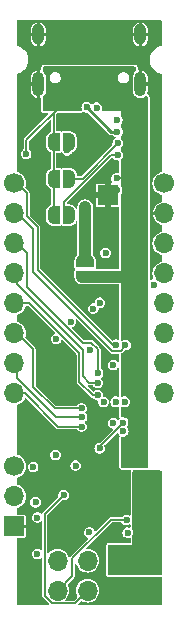
<source format=gbr>
%TF.GenerationSoftware,KiCad,Pcbnew,8.0.5-8.0.5-0~ubuntu24.04.1*%
%TF.CreationDate,2024-10-10T17:44:54+02:00*%
%TF.ProjectId,epi_ESP32_PD,6570695f-4553-4503-9332-5f50442e6b69,1_1*%
%TF.SameCoordinates,Original*%
%TF.FileFunction,Copper,L4,Bot*%
%TF.FilePolarity,Positive*%
%FSLAX46Y46*%
G04 Gerber Fmt 4.6, Leading zero omitted, Abs format (unit mm)*
G04 Created by KiCad (PCBNEW 8.0.5-8.0.5-0~ubuntu24.04.1) date 2024-10-10 17:44:54*
%MOMM*%
%LPD*%
G01*
G04 APERTURE LIST*
G04 Aperture macros list*
%AMFreePoly0*
4,1,19,0.500000,-0.750000,0.000000,-0.750000,0.000000,-0.744911,-0.071157,-0.744911,-0.207708,-0.704816,-0.327430,-0.627875,-0.420627,-0.520320,-0.479746,-0.390866,-0.500000,-0.250000,-0.500000,0.250000,-0.479746,0.390866,-0.420627,0.520320,-0.327430,0.627875,-0.207708,0.704816,-0.071157,0.744911,0.000000,0.744911,0.000000,0.750000,0.500000,0.750000,0.500000,-0.750000,0.500000,-0.750000,
$1*%
%AMFreePoly1*
4,1,19,0.000000,0.744911,0.071157,0.744911,0.207708,0.704816,0.327430,0.627875,0.420627,0.520320,0.479746,0.390866,0.500000,0.250000,0.500000,-0.250000,0.479746,-0.390866,0.420627,-0.520320,0.327430,-0.627875,0.207708,-0.704816,0.071157,-0.744911,0.000000,-0.744911,0.000000,-0.750000,-0.500000,-0.750000,-0.500000,0.750000,0.000000,0.750000,0.000000,0.744911,0.000000,0.744911,
$1*%
G04 Aperture macros list end*
%TA.AperFunction,ComponentPad*%
%ADD10C,1.700000*%
%TD*%
%TA.AperFunction,ComponentPad*%
%ADD11O,1.700000X1.700000*%
%TD*%
%TA.AperFunction,ComponentPad*%
%ADD12R,1.700000X1.700000*%
%TD*%
%TA.AperFunction,ComponentPad*%
%ADD13O,1.000000X2.100000*%
%TD*%
%TA.AperFunction,ComponentPad*%
%ADD14O,1.000000X1.800000*%
%TD*%
%TA.AperFunction,SMDPad,CuDef*%
%ADD15FreePoly0,270.000000*%
%TD*%
%TA.AperFunction,SMDPad,CuDef*%
%ADD16FreePoly1,270.000000*%
%TD*%
%TA.AperFunction,SMDPad,CuDef*%
%ADD17FreePoly0,180.000000*%
%TD*%
%TA.AperFunction,SMDPad,CuDef*%
%ADD18FreePoly1,180.000000*%
%TD*%
%TA.AperFunction,SMDPad,CuDef*%
%ADD19FreePoly0,0.000000*%
%TD*%
%TA.AperFunction,SMDPad,CuDef*%
%ADD20FreePoly1,0.000000*%
%TD*%
%TA.AperFunction,SMDPad,CuDef*%
%ADD21R,1.700000X1.700000*%
%TD*%
%TA.AperFunction,ViaPad*%
%ADD22C,0.600000*%
%TD*%
%TA.AperFunction,Conductor*%
%ADD23C,0.250000*%
%TD*%
%TA.AperFunction,Conductor*%
%ADD24C,1.000000*%
%TD*%
%TA.AperFunction,Conductor*%
%ADD25C,0.130000*%
%TD*%
%TA.AperFunction,Conductor*%
%ADD26C,0.150000*%
%TD*%
G04 APERTURE END LIST*
D10*
%TO.P,J8,1,Pin_1*%
%TO.N,+3.3V*%
X97900000Y-71860000D03*
D11*
%TO.P,J8,2,Pin_2*%
%TO.N,IO0*%
X97900000Y-74400000D03*
D12*
%TO.P,J8,3,Pin_3*%
%TO.N,GND*%
X97900000Y-76940000D03*
%TD*%
D10*
%TO.P,J3,1,Pin_1*%
%TO.N,+3.3V*%
X110600000Y-47910000D03*
D11*
%TO.P,J3,2,Pin_2*%
%TO.N,GND*%
X110600000Y-50450000D03*
%TO.P,J3,3,Pin_3*%
%TO.N,+5V*%
X110600000Y-52990000D03*
%TO.P,J3,4,Pin_4*%
%TO.N,EN*%
X110600000Y-55530000D03*
%TO.P,J3,5,Pin_5*%
%TO.N,BOOT*%
X110600000Y-58070000D03*
%TO.P,J3,6,Pin_6*%
%TO.N,IO8*%
X110600000Y-60610000D03*
%TO.P,J3,7,Pin_7*%
%TO.N,IO7*%
X110600000Y-63150000D03*
%TO.P,J3,8,Pin_8*%
%TO.N,IO6*%
X110600000Y-65690000D03*
%TD*%
D10*
%TO.P,J7,1,Pin_1*%
%TO.N,VOUT*%
X106640000Y-79860000D03*
D12*
%TO.P,J7,2,Pin_2*%
%TO.N,GND*%
X106640000Y-82400000D03*
D11*
%TO.P,J7,3,Pin_3*%
%TO.N,B*%
X104100000Y-79860000D03*
%TO.P,J7,4,Pin_4*%
%TO.N,IO2_5V*%
X104100000Y-82400000D03*
%TO.P,J7,5,Pin_5*%
%TO.N,W*%
X101560000Y-79860000D03*
%TO.P,J7,6,Pin_6*%
%TO.N,IO3_5V*%
X101560000Y-82400000D03*
%TD*%
D10*
%TO.P,J1,1,Pin_1*%
%TO.N,U0TXD*%
X97900000Y-47910000D03*
D11*
%TO.P,J1,2,Pin_2*%
%TO.N,U0RXD*%
X97900000Y-50450000D03*
%TO.P,J1,3,Pin_3*%
%TO.N,IO0*%
X97900000Y-52990000D03*
%TO.P,J1,4,Pin_4*%
%TO.N,IO1*%
X97900000Y-55530000D03*
%TO.P,J1,5,Pin_5*%
%TO.N,IO2*%
X97900000Y-58070000D03*
%TO.P,J1,6,Pin_6*%
%TO.N,IO3*%
X97900000Y-60610000D03*
%TO.P,J1,7,Pin_7*%
%TO.N,IO4*%
X97900000Y-63150000D03*
%TO.P,J1,8,Pin_8*%
%TO.N,IO5*%
X97900000Y-65690000D03*
%TD*%
D13*
%TO.P,J2,S1,SHIELD*%
%TO.N,GND*%
X108570000Y-39490000D03*
D14*
X108570000Y-35290000D03*
D13*
X99930000Y-39490000D03*
D14*
X99930000Y-35290000D03*
%TD*%
D15*
%TO.P,JP4,1,A*%
%TO.N,+5V*%
X103900000Y-54500000D03*
D16*
%TO.P,JP4,2,B*%
%TO.N,VIN*%
X103900000Y-55800000D03*
%TD*%
D17*
%TO.P,JP3,1,A*%
%TO.N,Net-(JP3-A)*%
X102550000Y-44400000D03*
D18*
%TO.P,JP3,2,B*%
%TO.N,VIN*%
X101250000Y-44400000D03*
%TD*%
D19*
%TO.P,JP1,1,A*%
%TO.N,VIN*%
X101250000Y-50600000D03*
D20*
%TO.P,JP1,2,B*%
%TO.N,Net-(JP1-B)*%
X102550000Y-50600000D03*
%TD*%
D19*
%TO.P,JP2,1,A*%
%TO.N,VIN*%
X101250000Y-47500000D03*
D20*
%TO.P,JP2,2,B*%
%TO.N,Net-(JP2-B)*%
X102550000Y-47500000D03*
%TD*%
D21*
%TO.P,J4,2,Pin_2*%
%TO.N,GND*%
X105800000Y-48900000D03*
%TD*%
D22*
%TO.N,+5V*%
X99485839Y-71914161D03*
X104000923Y-49800000D03*
%TO.N,GND*%
X106500000Y-65600000D03*
X100282280Y-64389187D03*
X106600000Y-48500000D03*
X103550000Y-76200000D03*
X102650937Y-63829741D03*
X101316848Y-62744207D03*
X102400000Y-69700000D03*
X102200000Y-62500000D03*
X100627768Y-63433287D03*
X105550923Y-44100000D03*
X106500000Y-64100000D03*
X106500000Y-59300000D03*
X99600000Y-69700000D03*
X106500000Y-64837500D03*
X106300000Y-71000000D03*
X101500000Y-54500000D03*
X104500000Y-72300000D03*
X100279886Y-65179886D03*
X105800000Y-48100000D03*
X100500000Y-54500000D03*
X101650000Y-76200000D03*
X101422885Y-65200000D03*
X102600000Y-76200000D03*
X101900000Y-64300000D03*
%TO.N,+3.3V*%
X104300000Y-62000000D03*
X99857536Y-79278365D03*
X107500000Y-77475000D03*
X103100000Y-71800000D03*
X99700000Y-74900000D03*
X109685840Y-56485840D03*
X105625000Y-53800000D03*
X107117246Y-68906905D03*
%TO.N,IO0*%
X104990839Y-63990839D03*
%TO.N,IO1*%
X104980383Y-64798262D03*
%TO.N,IO2*%
X104974663Y-65828262D03*
X101400000Y-70900000D03*
%TO.N,IO3*%
X103598043Y-66962534D03*
%TO.N,D+*%
X104029766Y-41469726D03*
X106630499Y-43529420D03*
X104581763Y-58507213D03*
%TO.N,D-*%
X104864794Y-41491581D03*
X106618954Y-42541847D03*
X105150922Y-58018785D03*
%TO.N,IO4*%
X103637172Y-67711515D03*
%TO.N,IO8*%
X107232601Y-66400000D03*
%TO.N,IO5*%
X103600000Y-68500000D03*
%TO.N,EN*%
X102667126Y-59632184D03*
X105452598Y-66406258D03*
%TO.N,BOOT*%
X106289882Y-63287499D03*
X101449721Y-61070001D03*
%TO.N,U0TXD*%
X106552903Y-61571365D03*
%TO.N,U0RXD*%
X107302347Y-61600297D03*
%TO.N,IO7*%
X99857536Y-76200511D03*
X106482598Y-66400000D03*
%TO.N,IO6*%
X104262771Y-77462771D03*
X106282978Y-68200000D03*
%TO.N,IO10*%
X105133029Y-70334500D03*
X107107114Y-68156336D03*
%TO.N,IO3_5V*%
X107400000Y-76400000D03*
%TO.N,IO2_5V*%
X102080000Y-74300000D03*
%TO.N,VOUT*%
X109900000Y-73600000D03*
X109900000Y-72700000D03*
%TO.N,Net-(JP1-B)*%
X106641583Y-45518323D03*
%TO.N,Net-(JP2-B)*%
X106654785Y-44506062D03*
%TO.N,Net-(JP3-A)*%
X102375000Y-45100000D03*
%TO.N,VIN*%
X106200000Y-38900000D03*
X102300000Y-38900000D03*
X106700000Y-41100000D03*
X101900000Y-41100000D03*
X104000000Y-55800000D03*
X107800000Y-71487500D03*
X107800000Y-70587500D03*
X98900000Y-45400000D03*
X106554676Y-47488645D03*
%TD*%
D23*
%TO.N,+5V*%
X103900000Y-49900923D02*
X104000923Y-49800000D01*
D24*
X103900000Y-54500000D02*
X103900000Y-49900923D01*
D25*
%TO.N,IO0*%
X103685000Y-61385000D02*
X99000000Y-56700000D01*
X99000000Y-56700000D02*
X99000000Y-53833513D01*
X104990839Y-63990839D02*
X104990839Y-61962519D01*
X99000000Y-53833513D02*
X98156457Y-52989970D01*
X104413320Y-61385000D02*
X103685000Y-61385000D01*
X104990839Y-61962519D02*
X104413320Y-61385000D01*
%TO.N,IO1*%
X98156782Y-56455777D02*
X98156782Y-55786782D01*
X104980383Y-64798262D02*
X104254942Y-64798262D01*
X103700000Y-64243320D02*
X103700000Y-61998995D01*
X104254942Y-64798262D02*
X103700000Y-64243320D01*
X103700000Y-61998995D02*
X98156782Y-56455777D01*
%TO.N,IO2*%
X103400000Y-64700000D02*
X103400000Y-62291960D01*
X104528262Y-65828262D02*
X103400000Y-64700000D01*
X103400000Y-62291960D02*
X99178010Y-58069970D01*
X104974663Y-65828262D02*
X104528262Y-65828262D01*
X99178010Y-58069970D02*
X98157047Y-58069970D01*
%TO.N,IO3*%
X101334214Y-66962534D02*
X99485000Y-65113320D01*
X99500000Y-61952658D02*
X98157342Y-60610000D01*
X99485000Y-64686680D02*
X99500000Y-64671680D01*
X103598043Y-66962534D02*
X101334214Y-66962534D01*
X99500000Y-64671680D02*
X99500000Y-61952658D01*
X99485000Y-65113320D02*
X99485000Y-64686680D01*
D23*
%TO.N,D+*%
X104029766Y-41469726D02*
X106089460Y-43529420D01*
X106089460Y-43529420D02*
X106630499Y-43529420D01*
D25*
%TO.N,IO4*%
X103637172Y-67711515D02*
X101461515Y-67711515D01*
X101461515Y-67711515D02*
X98157636Y-64407636D01*
X98157636Y-64407636D02*
X98157636Y-63149970D01*
%TO.N,IO5*%
X103600000Y-68500000D02*
X101600000Y-68500000D01*
X98789970Y-65689970D02*
X98157932Y-65689970D01*
X101600000Y-68500000D02*
X98789970Y-65689970D01*
%TO.N,U0TXD*%
X106552903Y-61571365D02*
X106271365Y-61571365D01*
X99000000Y-50700000D02*
X99000000Y-48754102D01*
X99900000Y-55200000D02*
X99900000Y-51600000D01*
X106271365Y-61571365D02*
X99900000Y-55200000D01*
X99000000Y-48754102D02*
X98155868Y-47909970D01*
X99900000Y-51600000D02*
X99000000Y-50700000D01*
%TO.N,U0RXD*%
X106900000Y-62100000D02*
X106175700Y-62100000D01*
X99480000Y-55404300D02*
X99480000Y-51773807D01*
X107302347Y-61600297D02*
X107302347Y-61697653D01*
X107302347Y-61697653D02*
X106900000Y-62100000D01*
X106175700Y-62100000D02*
X99480000Y-55404300D01*
X99480000Y-51773807D02*
X98156163Y-50449970D01*
%TO.N,IO10*%
X107107114Y-68156336D02*
X107107114Y-68188717D01*
X107107114Y-68188717D02*
X105133029Y-70162802D01*
X105133029Y-70162802D02*
X105133029Y-70334500D01*
%TO.N,IO3_5V*%
X107400000Y-76400000D02*
X106053862Y-76400000D01*
X102800000Y-81160000D02*
X101560000Y-82400000D01*
X102800000Y-79653862D02*
X102800000Y-81160000D01*
X106053862Y-76400000D02*
X102800000Y-79653862D01*
%TO.N,IO2_5V*%
X101118862Y-83465000D02*
X103035000Y-83465000D01*
X100495000Y-75885000D02*
X100495000Y-82841138D01*
X102080000Y-74300000D02*
X100495000Y-75885000D01*
X103035000Y-83465000D02*
X104100000Y-82400000D01*
X100495000Y-82841138D02*
X101118862Y-83465000D01*
D26*
%TO.N,Net-(JP1-B)*%
X106641583Y-45518323D02*
X106081677Y-45518323D01*
X102150000Y-49450000D02*
X102150000Y-50600000D01*
X106081677Y-45518323D02*
X102150000Y-49450000D01*
%TO.N,Net-(JP2-B)*%
X103675736Y-47500000D02*
X102150000Y-47500000D01*
X106654785Y-44520951D02*
X103675736Y-47500000D01*
X106654785Y-44506062D02*
X106654785Y-44520951D01*
D25*
%TO.N,Net-(JP3-A)*%
X102375000Y-45100000D02*
X102375000Y-44625000D01*
X102375000Y-44625000D02*
X102150000Y-44400000D01*
%TO.N,VIN*%
X100850000Y-47249998D02*
X100850000Y-47500000D01*
X98900000Y-45400000D02*
X98900000Y-44250000D01*
X106554676Y-47488645D02*
X107088645Y-47488645D01*
X98900000Y-44250000D02*
X101900000Y-41250000D01*
X101900000Y-41250000D02*
X101900000Y-41240192D01*
X101900000Y-41240192D02*
X101250000Y-41890192D01*
X101250000Y-41890192D02*
X101250000Y-50600000D01*
D24*
X104000000Y-55800000D02*
X107400000Y-55800000D01*
%TD*%
%TA.AperFunction,Conductor*%
%TO.N,GND*%
G36*
X107900000Y-83600000D02*
G01*
X105400000Y-83600000D01*
X105400000Y-81300000D01*
X107900000Y-81300000D01*
X107900000Y-83600000D01*
G37*
%TD.AperFunction*%
%TD*%
%TA.AperFunction,Conductor*%
%TO.N,GND*%
G36*
X105300000Y-76200000D02*
G01*
X100710500Y-76200000D01*
X100710500Y-76025624D01*
X100730185Y-75958585D01*
X100746814Y-75937947D01*
X101900617Y-74784144D01*
X101961938Y-74750661D01*
X102006013Y-74752252D01*
X102006447Y-74749238D01*
X102015226Y-74750500D01*
X102015228Y-74750500D01*
X102144773Y-74750500D01*
X102144773Y-74750499D01*
X102269069Y-74714004D01*
X102378049Y-74643967D01*
X102462882Y-74546063D01*
X102516697Y-74428226D01*
X102535133Y-74300000D01*
X102520755Y-74200000D01*
X105300000Y-74200000D01*
X105300000Y-76200000D01*
G37*
%TD.AperFunction*%
%TA.AperFunction,Conductor*%
G36*
X101624867Y-74300000D02*
G01*
X101634935Y-74370030D01*
X101624991Y-74439188D01*
X101599878Y-74475357D01*
X100400000Y-75675236D01*
X100400000Y-74200000D01*
X101639244Y-74200000D01*
X101624867Y-74300000D01*
G37*
%TD.AperFunction*%
%TD*%
%TA.AperFunction,Conductor*%
%TO.N,GND*%
G36*
X99107492Y-58304215D02*
G01*
X101337918Y-60534641D01*
X101356663Y-60579896D01*
X101337918Y-60625151D01*
X101310694Y-60641303D01*
X101293856Y-60646247D01*
X101260650Y-60655997D01*
X101151672Y-60726033D01*
X101151670Y-60726035D01*
X101066839Y-60823937D01*
X101066837Y-60823940D01*
X101013024Y-60941772D01*
X100994588Y-61070001D01*
X101013024Y-61198229D01*
X101066837Y-61316061D01*
X101066839Y-61316064D01*
X101151672Y-61413968D01*
X101260652Y-61484005D01*
X101384949Y-61520501D01*
X101384950Y-61520501D01*
X101514492Y-61520501D01*
X101514493Y-61520501D01*
X101638790Y-61484005D01*
X101747770Y-61413968D01*
X101832603Y-61316064D01*
X101861368Y-61253076D01*
X101884207Y-61203069D01*
X101920058Y-61169691D01*
X101969010Y-61171440D01*
X101987678Y-61184401D01*
X103165755Y-62362478D01*
X103184500Y-62407733D01*
X103184500Y-64657134D01*
X103184500Y-64742866D01*
X103217308Y-64822071D01*
X104345570Y-65950333D01*
X104406191Y-66010954D01*
X104485396Y-66043762D01*
X104537192Y-66043762D01*
X104582447Y-66062507D01*
X104591032Y-66073161D01*
X104591779Y-66074324D01*
X104666188Y-66160197D01*
X104676614Y-66172229D01*
X104785594Y-66242266D01*
X104909891Y-66278762D01*
X104941936Y-66278762D01*
X104987191Y-66297507D01*
X105005936Y-66342762D01*
X105005285Y-66351866D01*
X104997465Y-66406258D01*
X104997749Y-66408233D01*
X105015901Y-66534486D01*
X105069714Y-66652318D01*
X105069716Y-66652321D01*
X105135541Y-66728289D01*
X105154549Y-66750225D01*
X105263529Y-66820262D01*
X105387826Y-66856758D01*
X105387827Y-66856758D01*
X105517369Y-66856758D01*
X105517370Y-66856758D01*
X105641667Y-66820262D01*
X105750647Y-66750225D01*
X105835480Y-66652321D01*
X105889295Y-66534484D01*
X105904699Y-66427339D01*
X105916036Y-66408233D01*
X105915913Y-66408160D01*
X105903799Y-66378916D01*
X105889295Y-66278032D01*
X105875825Y-66248538D01*
X105835481Y-66160197D01*
X105835479Y-66160194D01*
X105750648Y-66062292D01*
X105750646Y-66062290D01*
X105641667Y-65992254D01*
X105619189Y-65985654D01*
X105517370Y-65955758D01*
X105517369Y-65955758D01*
X105485325Y-65955758D01*
X105440070Y-65937013D01*
X105421325Y-65891758D01*
X105421976Y-65882650D01*
X105423280Y-65873581D01*
X105429796Y-65828262D01*
X105411360Y-65700036D01*
X105399861Y-65674858D01*
X105357546Y-65582201D01*
X105357544Y-65582198D01*
X105272713Y-65484296D01*
X105272711Y-65484294D01*
X105163732Y-65414258D01*
X105039435Y-65377762D01*
X104909891Y-65377762D01*
X104785594Y-65414258D01*
X104785592Y-65414258D01*
X104676614Y-65484294D01*
X104676612Y-65484296D01*
X104634559Y-65532829D01*
X104590757Y-65554755D01*
X104544280Y-65539286D01*
X104540936Y-65536173D01*
X104109175Y-65104412D01*
X104090430Y-65059157D01*
X104109175Y-65013902D01*
X104154430Y-64995157D01*
X104178920Y-65000028D01*
X104212076Y-65013762D01*
X104212077Y-65013762D01*
X104297808Y-65013762D01*
X104542912Y-65013762D01*
X104588167Y-65032507D01*
X104596752Y-65043161D01*
X104597499Y-65044324D01*
X104673004Y-65131462D01*
X104682334Y-65142229D01*
X104791314Y-65212266D01*
X104915611Y-65248762D01*
X104915612Y-65248762D01*
X105045154Y-65248762D01*
X105045155Y-65248762D01*
X105169452Y-65212266D01*
X105278432Y-65142229D01*
X105363265Y-65044325D01*
X105417080Y-64926488D01*
X105435516Y-64798262D01*
X105417080Y-64670036D01*
X105407094Y-64648171D01*
X105363266Y-64552201D01*
X105363264Y-64552198D01*
X105278433Y-64454296D01*
X105278432Y-64454295D01*
X105274470Y-64451748D01*
X105246535Y-64411513D01*
X105255233Y-64363308D01*
X105274473Y-64344069D01*
X105288888Y-64334806D01*
X105373721Y-64236902D01*
X105427536Y-64119065D01*
X105445972Y-63990839D01*
X105427536Y-63862613D01*
X105426745Y-63860882D01*
X105373722Y-63744778D01*
X105373720Y-63744775D01*
X105288889Y-63646873D01*
X105288887Y-63646871D01*
X105235738Y-63612714D01*
X105207801Y-63572478D01*
X105206339Y-63558874D01*
X105206339Y-61919655D01*
X105206339Y-61919653D01*
X105173531Y-61840448D01*
X105112910Y-61779827D01*
X104535391Y-61202308D01*
X104456186Y-61169500D01*
X103800773Y-61169500D01*
X103755518Y-61150755D01*
X102773809Y-60169046D01*
X102755064Y-60123791D01*
X102773809Y-60078536D01*
X102801031Y-60062385D01*
X102856195Y-60046188D01*
X102965175Y-59976151D01*
X103050008Y-59878247D01*
X103103823Y-59760410D01*
X103122259Y-59632184D01*
X103103823Y-59503958D01*
X103103821Y-59503955D01*
X103103355Y-59502365D01*
X103103457Y-59501416D01*
X103103171Y-59499427D01*
X103103678Y-59499353D01*
X103108592Y-59453663D01*
X103146733Y-59422927D01*
X103195435Y-59428164D01*
X103210014Y-59439077D01*
X106053630Y-62282693D01*
X106100023Y-62301908D01*
X106100025Y-62301910D01*
X106100026Y-62301910D01*
X106121855Y-62310952D01*
X106132834Y-62315500D01*
X106132835Y-62315500D01*
X106218566Y-62315500D01*
X106685105Y-62315500D01*
X106730360Y-62334245D01*
X106749105Y-62379500D01*
X106748454Y-62388608D01*
X106744500Y-62416110D01*
X106744500Y-62952632D01*
X106725755Y-62997887D01*
X106680500Y-63016632D01*
X106635245Y-62997887D01*
X106632132Y-62994543D01*
X106587932Y-62943533D01*
X106587930Y-62943531D01*
X106478951Y-62873495D01*
X106354654Y-62836999D01*
X106225110Y-62836999D01*
X106100813Y-62873495D01*
X106100811Y-62873495D01*
X105991833Y-62943531D01*
X105991831Y-62943533D01*
X105907000Y-63041435D01*
X105906998Y-63041438D01*
X105853185Y-63159270D01*
X105834749Y-63287499D01*
X105853185Y-63415727D01*
X105906998Y-63533559D01*
X105907000Y-63533562D01*
X105975584Y-63612714D01*
X105991833Y-63631466D01*
X106100813Y-63701503D01*
X106225110Y-63737999D01*
X106225111Y-63737999D01*
X106354653Y-63737999D01*
X106354654Y-63737999D01*
X106478951Y-63701503D01*
X106587931Y-63631466D01*
X106632132Y-63580454D01*
X106675933Y-63558528D01*
X106722410Y-63573996D01*
X106744337Y-63617798D01*
X106744500Y-63622365D01*
X106744500Y-63864450D01*
X106748053Y-63897496D01*
X106748055Y-63897507D01*
X106759258Y-63949003D01*
X106759263Y-63949022D01*
X106769755Y-63980543D01*
X106769759Y-63980554D01*
X106769763Y-63980564D01*
X106769764Y-63980565D01*
X106782137Y-64007658D01*
X106787270Y-64025137D01*
X106796724Y-64090891D01*
X106796723Y-64109108D01*
X106787269Y-64174858D01*
X106782138Y-64192333D01*
X106769768Y-64219420D01*
X106769756Y-64219450D01*
X106759263Y-64250975D01*
X106759258Y-64250994D01*
X106748055Y-64302490D01*
X106748053Y-64302501D01*
X106744500Y-64335547D01*
X106744500Y-64601950D01*
X106748053Y-64634996D01*
X106748055Y-64635007D01*
X106759258Y-64686503D01*
X106759263Y-64686522D01*
X106768591Y-64714545D01*
X106769759Y-64718054D01*
X106769763Y-64718064D01*
X106769764Y-64718065D01*
X106782137Y-64745158D01*
X106787270Y-64762637D01*
X106796724Y-64828391D01*
X106796723Y-64846608D01*
X106787269Y-64912358D01*
X106782138Y-64929833D01*
X106769768Y-64956920D01*
X106769756Y-64956950D01*
X106759263Y-64988475D01*
X106759258Y-64988494D01*
X106748055Y-65039990D01*
X106748053Y-65040001D01*
X106744500Y-65073047D01*
X106744500Y-65364450D01*
X106748053Y-65397496D01*
X106748055Y-65397507D01*
X106759258Y-65449003D01*
X106759263Y-65449022D01*
X106769755Y-65480543D01*
X106769759Y-65480554D01*
X106769763Y-65480564D01*
X106769764Y-65480565D01*
X106782137Y-65507658D01*
X106787270Y-65525137D01*
X106796724Y-65590891D01*
X106796723Y-65609108D01*
X106787269Y-65674858D01*
X106782138Y-65692333D01*
X106769768Y-65719420D01*
X106769756Y-65719450D01*
X106759263Y-65750975D01*
X106759258Y-65750994D01*
X106748055Y-65802490D01*
X106748053Y-65802501D01*
X106744500Y-65835547D01*
X106744500Y-65835554D01*
X106744500Y-65862495D01*
X106744896Y-65873588D01*
X106745544Y-65882650D01*
X106746158Y-65891235D01*
X106750544Y-65908419D01*
X106743573Y-65956904D01*
X106704359Y-65986258D01*
X106670502Y-65985654D01*
X106547370Y-65949500D01*
X106417826Y-65949500D01*
X106293529Y-65985996D01*
X106293527Y-65985996D01*
X106184549Y-66056032D01*
X106184547Y-66056034D01*
X106099716Y-66153936D01*
X106099714Y-66153939D01*
X106045901Y-66271771D01*
X106030497Y-66378914D01*
X106019158Y-66398024D01*
X106019281Y-66398097D01*
X106031396Y-66427342D01*
X106045901Y-66528226D01*
X106045901Y-66528227D01*
X106045902Y-66528229D01*
X106099714Y-66646060D01*
X106099716Y-66646063D01*
X106163367Y-66719522D01*
X106184549Y-66743967D01*
X106293529Y-66814004D01*
X106417826Y-66850500D01*
X106417827Y-66850500D01*
X106547368Y-66850500D01*
X106547370Y-66850500D01*
X106671414Y-66814078D01*
X106720115Y-66819315D01*
X106750851Y-66857455D01*
X106750854Y-66891369D01*
X106751285Y-66891463D01*
X106750854Y-66893439D01*
X106750855Y-66893503D01*
X106750801Y-66893686D01*
X106750799Y-66893693D01*
X106744500Y-66937506D01*
X106744500Y-67583197D01*
X106750794Y-67626988D01*
X106750795Y-67626993D01*
X106770484Y-67694063D01*
X106772722Y-67701063D01*
X106772723Y-67701066D01*
X106803430Y-67746447D01*
X106813266Y-67794433D01*
X106798792Y-67824224D01*
X106724496Y-67909966D01*
X106680694Y-67931892D01*
X106634217Y-67916423D01*
X106627760Y-67909966D01*
X106581028Y-67856034D01*
X106581026Y-67856032D01*
X106472047Y-67785996D01*
X106347750Y-67749500D01*
X106218206Y-67749500D01*
X106093909Y-67785996D01*
X106093907Y-67785996D01*
X105984929Y-67856032D01*
X105984927Y-67856034D01*
X105900096Y-67953936D01*
X105900094Y-67953939D01*
X105846281Y-68071771D01*
X105827845Y-68200000D01*
X105846281Y-68328228D01*
X105900094Y-68446060D01*
X105900096Y-68446063D01*
X105984929Y-68543967D01*
X106093909Y-68614004D01*
X106209296Y-68647883D01*
X106247436Y-68678619D01*
X106252673Y-68727321D01*
X106236520Y-68754546D01*
X105125813Y-69865255D01*
X105080558Y-69884000D01*
X105068257Y-69884000D01*
X104943960Y-69920496D01*
X104943958Y-69920496D01*
X104834980Y-69990532D01*
X104834978Y-69990534D01*
X104750147Y-70088436D01*
X104750145Y-70088439D01*
X104696332Y-70206271D01*
X104677896Y-70334500D01*
X104696332Y-70462728D01*
X104750145Y-70580560D01*
X104750147Y-70580563D01*
X104813726Y-70653939D01*
X104834980Y-70678467D01*
X104943960Y-70748504D01*
X105068257Y-70785000D01*
X105068258Y-70785000D01*
X105197800Y-70785000D01*
X105197801Y-70785000D01*
X105322098Y-70748504D01*
X105431078Y-70678467D01*
X105515911Y-70580563D01*
X105569726Y-70462726D01*
X105588162Y-70334500D01*
X105569726Y-70206274D01*
X105569724Y-70206269D01*
X105533194Y-70126278D01*
X105531445Y-70077326D01*
X105546153Y-70054439D01*
X106579291Y-69021302D01*
X106624543Y-69002559D01*
X106669798Y-69021304D01*
X106682759Y-69039972D01*
X106734362Y-69152965D01*
X106734364Y-69152968D01*
X106801705Y-69230685D01*
X106817174Y-69277162D01*
X106807985Y-69305907D01*
X106770483Y-69367429D01*
X106750799Y-69434469D01*
X106744500Y-69478281D01*
X106744500Y-71876006D01*
X106748053Y-71909052D01*
X106748055Y-71909063D01*
X106759259Y-71960564D01*
X106759260Y-71960567D01*
X106793686Y-72029341D01*
X106808173Y-72046060D01*
X106839442Y-72082146D01*
X106844420Y-72087621D01*
X106913150Y-72129516D01*
X106980189Y-72149201D01*
X107024000Y-72155500D01*
X107701917Y-72155500D01*
X107747172Y-72174245D01*
X107765917Y-72219500D01*
X107763325Y-72237530D01*
X107750800Y-72280186D01*
X107750799Y-72280189D01*
X107744500Y-72324002D01*
X107744500Y-75968678D01*
X107725755Y-76013933D01*
X107680500Y-76032678D01*
X107645899Y-76022518D01*
X107589069Y-75985996D01*
X107549109Y-75974263D01*
X107464772Y-75949500D01*
X107335228Y-75949500D01*
X107210931Y-75985996D01*
X107210929Y-75985996D01*
X107101951Y-76056032D01*
X107101949Y-76056034D01*
X107017116Y-76153937D01*
X107016369Y-76155101D01*
X107015715Y-76155554D01*
X107014120Y-76157396D01*
X107013650Y-76156988D01*
X106976133Y-76183038D01*
X106962529Y-76184500D01*
X106010996Y-76184500D01*
X105987794Y-76194109D01*
X105987793Y-76194108D01*
X105931792Y-76217305D01*
X105931790Y-76217307D01*
X104800727Y-77348369D01*
X104755472Y-77367114D01*
X104710217Y-77348369D01*
X104697256Y-77329701D01*
X104645654Y-77216710D01*
X104645652Y-77216707D01*
X104560821Y-77118805D01*
X104560819Y-77118803D01*
X104451840Y-77048767D01*
X104327543Y-77012271D01*
X104197999Y-77012271D01*
X104073702Y-77048767D01*
X104073700Y-77048767D01*
X103964722Y-77118803D01*
X103964720Y-77118805D01*
X103879889Y-77216707D01*
X103879887Y-77216710D01*
X103826074Y-77334542D01*
X103807638Y-77462771D01*
X103826074Y-77590999D01*
X103879887Y-77708831D01*
X103879889Y-77708834D01*
X103964722Y-77806738D01*
X104073702Y-77876775D01*
X104123744Y-77891468D01*
X104161884Y-77922202D01*
X104167121Y-77970905D01*
X104150968Y-77998130D01*
X102677929Y-79471170D01*
X102617305Y-79531793D01*
X102615901Y-79533895D01*
X102613800Y-79535298D01*
X102612851Y-79536248D01*
X102612661Y-79536058D01*
X102575171Y-79561107D01*
X102527130Y-79551548D01*
X102501446Y-79516915D01*
X102488814Y-79475273D01*
X102488812Y-79475270D01*
X102488813Y-79475270D01*
X102395912Y-79301466D01*
X102395909Y-79301461D01*
X102270883Y-79149117D01*
X102270882Y-79149116D01*
X102118538Y-79024090D01*
X102118533Y-79024087D01*
X101944730Y-78931187D01*
X101756131Y-78873975D01*
X101756133Y-78873975D01*
X101560000Y-78854659D01*
X101363867Y-78873975D01*
X101175269Y-78931187D01*
X101001466Y-79024087D01*
X101001461Y-79024090D01*
X100849117Y-79149116D01*
X100849115Y-79149118D01*
X100823972Y-79179755D01*
X100780772Y-79202845D01*
X100733898Y-79188625D01*
X100710808Y-79145425D01*
X100710500Y-79139153D01*
X100710500Y-76200000D01*
X105300000Y-76200000D01*
X105300000Y-74200000D01*
X102520755Y-74200000D01*
X102516697Y-74171774D01*
X102462882Y-74053937D01*
X102378049Y-73956033D01*
X102378048Y-73956032D01*
X102269069Y-73885996D01*
X102144772Y-73849500D01*
X102015228Y-73849500D01*
X101890931Y-73885996D01*
X101890929Y-73885996D01*
X101781951Y-73956032D01*
X101781949Y-73956034D01*
X101697118Y-74053936D01*
X101697116Y-74053939D01*
X101643303Y-74171771D01*
X101639244Y-74200000D01*
X100400000Y-74200000D01*
X100400000Y-75675236D01*
X100372929Y-75702308D01*
X100312308Y-75762928D01*
X100277088Y-75847958D01*
X100275850Y-75847445D01*
X100252320Y-75882648D01*
X100204276Y-75892196D01*
X100168405Y-75871339D01*
X100155586Y-75856545D01*
X100155584Y-75856543D01*
X100046605Y-75786507D01*
X99922308Y-75750011D01*
X99792764Y-75750011D01*
X99668467Y-75786507D01*
X99668465Y-75786507D01*
X99559487Y-75856543D01*
X99559485Y-75856545D01*
X99474654Y-75954447D01*
X99474652Y-75954450D01*
X99420839Y-76072282D01*
X99402403Y-76200511D01*
X99420839Y-76328739D01*
X99474652Y-76446571D01*
X99474654Y-76446574D01*
X99559487Y-76544478D01*
X99668467Y-76614515D01*
X99792764Y-76651011D01*
X99792765Y-76651011D01*
X99922307Y-76651011D01*
X99922308Y-76651011D01*
X100046605Y-76614515D01*
X100155585Y-76544478D01*
X100167132Y-76531152D01*
X100210934Y-76509226D01*
X100257411Y-76524695D01*
X100279337Y-76568497D01*
X100279500Y-76573063D01*
X100279500Y-78905812D01*
X100260755Y-78951067D01*
X100215500Y-78969812D01*
X100170245Y-78951067D01*
X100167133Y-78947724D01*
X100155587Y-78934400D01*
X100155584Y-78934397D01*
X100046605Y-78864361D01*
X99922308Y-78827865D01*
X99792764Y-78827865D01*
X99668467Y-78864361D01*
X99668465Y-78864361D01*
X99559487Y-78934397D01*
X99559485Y-78934399D01*
X99474654Y-79032301D01*
X99474652Y-79032304D01*
X99420839Y-79150136D01*
X99402403Y-79278365D01*
X99420839Y-79406593D01*
X99474652Y-79524425D01*
X99474654Y-79524428D01*
X99559487Y-79622332D01*
X99668467Y-79692369D01*
X99792764Y-79728865D01*
X99792765Y-79728865D01*
X99922307Y-79728865D01*
X99922308Y-79728865D01*
X100046605Y-79692369D01*
X100155585Y-79622332D01*
X100167132Y-79609006D01*
X100210934Y-79587080D01*
X100257411Y-79602549D01*
X100279337Y-79646351D01*
X100279500Y-79650917D01*
X100279500Y-82884004D01*
X100312308Y-82963209D01*
X100859344Y-83510245D01*
X100878089Y-83555500D01*
X100859344Y-83600755D01*
X100814089Y-83619500D01*
X98159506Y-83619500D01*
X98114251Y-83600755D01*
X98095506Y-83555507D01*
X98095278Y-81499274D01*
X98094887Y-77984006D01*
X98113627Y-77938750D01*
X98158880Y-77920000D01*
X98762805Y-77920000D01*
X98800723Y-77912456D01*
X98800725Y-77912455D01*
X98843722Y-77883726D01*
X98843726Y-77883722D01*
X98872455Y-77840725D01*
X98872456Y-77840723D01*
X98880000Y-77802805D01*
X98880000Y-77090000D01*
X98377445Y-77090000D01*
X98400000Y-77005826D01*
X98400000Y-76874174D01*
X98377445Y-76790000D01*
X98880000Y-76790000D01*
X98880000Y-76077194D01*
X98872456Y-76039276D01*
X98872455Y-76039274D01*
X98843726Y-75996277D01*
X98843722Y-75996273D01*
X98800725Y-75967544D01*
X98800723Y-75967543D01*
X98762805Y-75960000D01*
X98158656Y-75960000D01*
X98113401Y-75941255D01*
X98094656Y-75896007D01*
X98094604Y-75433960D01*
X98113344Y-75388703D01*
X98140026Y-75372709D01*
X98213238Y-75350500D01*
X98284727Y-75328814D01*
X98458538Y-75235910D01*
X98610883Y-75110883D01*
X98735910Y-74958538D01*
X98767199Y-74900000D01*
X99244867Y-74900000D01*
X99263303Y-75028228D01*
X99317116Y-75146060D01*
X99317118Y-75146063D01*
X99394969Y-75235910D01*
X99401951Y-75243967D01*
X99510931Y-75314004D01*
X99635228Y-75350500D01*
X99635229Y-75350500D01*
X99764771Y-75350500D01*
X99764772Y-75350500D01*
X99889069Y-75314004D01*
X99998049Y-75243967D01*
X100082882Y-75146063D01*
X100136697Y-75028226D01*
X100155133Y-74900000D01*
X100136697Y-74771774D01*
X100130850Y-74758972D01*
X100082883Y-74653939D01*
X100082881Y-74653936D01*
X99998050Y-74556034D01*
X99998048Y-74556032D01*
X99889069Y-74485996D01*
X99764772Y-74449500D01*
X99635228Y-74449500D01*
X99510931Y-74485996D01*
X99510929Y-74485996D01*
X99401951Y-74556032D01*
X99401949Y-74556034D01*
X99317118Y-74653936D01*
X99317116Y-74653939D01*
X99263303Y-74771771D01*
X99244867Y-74900000D01*
X98767199Y-74900000D01*
X98828814Y-74784727D01*
X98886024Y-74596132D01*
X98905341Y-74400000D01*
X98886024Y-74203868D01*
X98876287Y-74171771D01*
X98840543Y-74053939D01*
X98828814Y-74015273D01*
X98735910Y-73841462D01*
X98610883Y-73689117D01*
X98458538Y-73564090D01*
X98458533Y-73564087D01*
X98284729Y-73471186D01*
X98186685Y-73441445D01*
X98139796Y-73427221D01*
X98101932Y-73396147D01*
X98094375Y-73365987D01*
X98094323Y-72894044D01*
X98113063Y-72848788D01*
X98139745Y-72832794D01*
X98284727Y-72788814D01*
X98458538Y-72695910D01*
X98610883Y-72570883D01*
X98735910Y-72418538D01*
X98828814Y-72244727D01*
X98886024Y-72056132D01*
X98900007Y-71914161D01*
X99030706Y-71914161D01*
X99049142Y-72042389D01*
X99102955Y-72160221D01*
X99102957Y-72160224D01*
X99187790Y-72258128D01*
X99296770Y-72328165D01*
X99421067Y-72364661D01*
X99421068Y-72364661D01*
X99550610Y-72364661D01*
X99550611Y-72364661D01*
X99674908Y-72328165D01*
X99783888Y-72258128D01*
X99868721Y-72160224D01*
X99922536Y-72042387D01*
X99940972Y-71914161D01*
X99924558Y-71800000D01*
X102644867Y-71800000D01*
X102663303Y-71928228D01*
X102717116Y-72046060D01*
X102717118Y-72046063D01*
X102801951Y-72143967D01*
X102910931Y-72214004D01*
X103035228Y-72250500D01*
X103035229Y-72250500D01*
X103164771Y-72250500D01*
X103164772Y-72250500D01*
X103289069Y-72214004D01*
X103398049Y-72143967D01*
X103482882Y-72046063D01*
X103536697Y-71928226D01*
X103555133Y-71800000D01*
X103536697Y-71671774D01*
X103535018Y-71668098D01*
X103482883Y-71553939D01*
X103482881Y-71553936D01*
X103398050Y-71456034D01*
X103398048Y-71456032D01*
X103289069Y-71385996D01*
X103164772Y-71349500D01*
X103035228Y-71349500D01*
X102910931Y-71385996D01*
X102910929Y-71385996D01*
X102801951Y-71456032D01*
X102801949Y-71456034D01*
X102717118Y-71553936D01*
X102717116Y-71553939D01*
X102663303Y-71671771D01*
X102644867Y-71800000D01*
X99924558Y-71800000D01*
X99922536Y-71785935D01*
X99870398Y-71671771D01*
X99868722Y-71668100D01*
X99868720Y-71668097D01*
X99783889Y-71570195D01*
X99783887Y-71570193D01*
X99674908Y-71500157D01*
X99550611Y-71463661D01*
X99421067Y-71463661D01*
X99296770Y-71500157D01*
X99296768Y-71500157D01*
X99187790Y-71570193D01*
X99187788Y-71570195D01*
X99102957Y-71668097D01*
X99102955Y-71668100D01*
X99049142Y-71785932D01*
X99030706Y-71914161D01*
X98900007Y-71914161D01*
X98905341Y-71860000D01*
X98886024Y-71663868D01*
X98828814Y-71475273D01*
X98818529Y-71456032D01*
X98735912Y-71301466D01*
X98735909Y-71301461D01*
X98610883Y-71149117D01*
X98610882Y-71149116D01*
X98458538Y-71024090D01*
X98458533Y-71024087D01*
X98284729Y-70931186D01*
X98181922Y-70900000D01*
X100944867Y-70900000D01*
X100963303Y-71028228D01*
X101017116Y-71146060D01*
X101017118Y-71146063D01*
X101101951Y-71243967D01*
X101210931Y-71314004D01*
X101335228Y-71350500D01*
X101335229Y-71350500D01*
X101464771Y-71350500D01*
X101464772Y-71350500D01*
X101589069Y-71314004D01*
X101698049Y-71243967D01*
X101782882Y-71146063D01*
X101836697Y-71028226D01*
X101855133Y-70900000D01*
X101836697Y-70771774D01*
X101826069Y-70748503D01*
X101782883Y-70653939D01*
X101782881Y-70653936D01*
X101698050Y-70556034D01*
X101698048Y-70556032D01*
X101589069Y-70485996D01*
X101464772Y-70449500D01*
X101335228Y-70449500D01*
X101210931Y-70485996D01*
X101210929Y-70485996D01*
X101101951Y-70556032D01*
X101101949Y-70556034D01*
X101017118Y-70653936D01*
X101017116Y-70653939D01*
X100963303Y-70771771D01*
X100944867Y-70900000D01*
X98181922Y-70900000D01*
X98139515Y-70887136D01*
X98101650Y-70856061D01*
X98094093Y-70825901D01*
X98093638Y-66724251D01*
X98112378Y-66678995D01*
X98139057Y-66663002D01*
X98284727Y-66618814D01*
X98458538Y-66525910D01*
X98610883Y-66400883D01*
X98735910Y-66248538D01*
X98802469Y-66124013D01*
X98840332Y-66092940D01*
X98889080Y-66097741D01*
X98904166Y-66108929D01*
X101477930Y-68682693D01*
X101524323Y-68701908D01*
X101524325Y-68701910D01*
X101524326Y-68701910D01*
X101547525Y-68711519D01*
X101557134Y-68715500D01*
X101557135Y-68715500D01*
X101642866Y-68715500D01*
X103162529Y-68715500D01*
X103207784Y-68734245D01*
X103216369Y-68744899D01*
X103217116Y-68746062D01*
X103301949Y-68843965D01*
X103301951Y-68843967D01*
X103410931Y-68914004D01*
X103535228Y-68950500D01*
X103535229Y-68950500D01*
X103664771Y-68950500D01*
X103664772Y-68950500D01*
X103789069Y-68914004D01*
X103898049Y-68843967D01*
X103982882Y-68746063D01*
X104036697Y-68628226D01*
X104055133Y-68500000D01*
X104036697Y-68371774D01*
X103983620Y-68255554D01*
X103982883Y-68253939D01*
X103982881Y-68253936D01*
X103903749Y-68162611D01*
X103888280Y-68116134D01*
X103910206Y-68072332D01*
X103917513Y-68066861D01*
X103935221Y-68055482D01*
X104020054Y-67957578D01*
X104073869Y-67839741D01*
X104092305Y-67711515D01*
X104073869Y-67583289D01*
X104020792Y-67467069D01*
X104020055Y-67465454D01*
X104020053Y-67465451D01*
X103935222Y-67367549D01*
X103931759Y-67364548D01*
X103933449Y-67362596D01*
X103910303Y-67329226D01*
X103919021Y-67281025D01*
X103924459Y-67273762D01*
X103980925Y-67208597D01*
X104034740Y-67090760D01*
X104053176Y-66962534D01*
X104034740Y-66834308D01*
X104031244Y-66826654D01*
X103980926Y-66716473D01*
X103980924Y-66716470D01*
X103896093Y-66618568D01*
X103896091Y-66618566D01*
X103787112Y-66548530D01*
X103739281Y-66534486D01*
X103662815Y-66512034D01*
X103533271Y-66512034D01*
X103408974Y-66548530D01*
X103408972Y-66548530D01*
X103299994Y-66618566D01*
X103299992Y-66618568D01*
X103215159Y-66716471D01*
X103214412Y-66717635D01*
X103213758Y-66718088D01*
X103212163Y-66719930D01*
X103211693Y-66719522D01*
X103174176Y-66745572D01*
X103160572Y-66747034D01*
X101449987Y-66747034D01*
X101404732Y-66728289D01*
X99719245Y-65042802D01*
X99700500Y-64997547D01*
X99700500Y-64763488D01*
X99705371Y-64738997D01*
X99715500Y-64714546D01*
X99715500Y-64628815D01*
X99715500Y-61909792D01*
X99682692Y-61830587D01*
X99622071Y-61769966D01*
X98860131Y-61008026D01*
X98841386Y-60962771D01*
X98844140Y-60944199D01*
X98886024Y-60806132D01*
X98905341Y-60610000D01*
X98886024Y-60413868D01*
X98828814Y-60225273D01*
X98735910Y-60051462D01*
X98610883Y-59899117D01*
X98458538Y-59774090D01*
X98458533Y-59774087D01*
X98284730Y-59681187D01*
X98138266Y-59636757D01*
X98100402Y-59605682D01*
X98092845Y-59575522D01*
X98092793Y-59104507D01*
X98111533Y-59059251D01*
X98138210Y-59043259D01*
X98284727Y-58998814D01*
X98458538Y-58905910D01*
X98610883Y-58780883D01*
X98735910Y-58628538D01*
X98828814Y-58454727D01*
X98866379Y-58330891D01*
X98897454Y-58293027D01*
X98927623Y-58285470D01*
X99062237Y-58285470D01*
X99107492Y-58304215D01*
G37*
%TD.AperFunction*%
%TA.AperFunction,Conductor*%
G36*
X107007784Y-76634245D02*
G01*
X107016369Y-76644899D01*
X107017116Y-76646062D01*
X107055499Y-76690358D01*
X107101951Y-76743967D01*
X107210931Y-76814004D01*
X107335228Y-76850500D01*
X107335229Y-76850500D01*
X107464771Y-76850500D01*
X107464772Y-76850500D01*
X107589069Y-76814004D01*
X107645900Y-76777480D01*
X107694104Y-76768783D01*
X107734340Y-76796720D01*
X107744500Y-76831321D01*
X107744500Y-76991778D01*
X107725755Y-77037033D01*
X107680500Y-77055778D01*
X107662470Y-77053186D01*
X107647420Y-77048767D01*
X107564772Y-77024500D01*
X107435228Y-77024500D01*
X107310931Y-77060996D01*
X107310929Y-77060996D01*
X107201951Y-77131032D01*
X107201949Y-77131034D01*
X107117118Y-77228936D01*
X107117116Y-77228939D01*
X107063303Y-77346771D01*
X107044867Y-77475000D01*
X107063303Y-77603228D01*
X107117116Y-77721060D01*
X107117118Y-77721063D01*
X107191354Y-77806738D01*
X107201951Y-77818967D01*
X107310931Y-77889004D01*
X107435228Y-77925500D01*
X107435229Y-77925500D01*
X107564770Y-77925500D01*
X107564772Y-77925500D01*
X107662472Y-77896813D01*
X107711172Y-77902050D01*
X107741908Y-77940190D01*
X107744500Y-77958221D01*
X107744500Y-78280500D01*
X107725755Y-78325755D01*
X107680500Y-78344500D01*
X105923993Y-78344500D01*
X105890947Y-78348053D01*
X105890936Y-78348055D01*
X105839435Y-78359259D01*
X105839432Y-78359260D01*
X105770658Y-78393686D01*
X105717866Y-78439431D01*
X105712379Y-78444420D01*
X105670483Y-78513150D01*
X105650799Y-78580190D01*
X105644500Y-78624002D01*
X105644500Y-79756935D01*
X105644192Y-79763208D01*
X105634659Y-79859999D01*
X105644192Y-79956790D01*
X105644500Y-79963063D01*
X105644500Y-80976006D01*
X105648053Y-81009052D01*
X105648055Y-81009063D01*
X105659259Y-81060564D01*
X105659260Y-81060567D01*
X105693686Y-81129341D01*
X105693687Y-81129342D01*
X105739442Y-81182146D01*
X105744420Y-81187621D01*
X105813150Y-81229516D01*
X105880189Y-81249201D01*
X105924000Y-81255500D01*
X105924003Y-81255500D01*
X110274867Y-81255500D01*
X110274874Y-81255500D01*
X110307945Y-81251943D01*
X110321332Y-81249029D01*
X110369538Y-81257718D01*
X110397481Y-81297950D01*
X110398946Y-81311550D01*
X110399442Y-83555486D01*
X110380707Y-83600745D01*
X110335456Y-83619500D01*
X103339773Y-83619500D01*
X103294518Y-83600755D01*
X103294205Y-83600000D01*
X105400000Y-83600000D01*
X107900000Y-83600000D01*
X107900000Y-81300000D01*
X105400000Y-81300000D01*
X105400000Y-83600000D01*
X103294205Y-83600000D01*
X103275773Y-83555500D01*
X103294518Y-83510245D01*
X103525748Y-83279014D01*
X103571003Y-83260269D01*
X103601171Y-83267825D01*
X103715273Y-83328814D01*
X103903868Y-83386024D01*
X103903866Y-83386024D01*
X103936142Y-83389202D01*
X104100000Y-83405341D01*
X104296132Y-83386024D01*
X104484727Y-83328814D01*
X104658538Y-83235910D01*
X104810883Y-83110883D01*
X104935910Y-82958538D01*
X105028814Y-82784727D01*
X105086024Y-82596132D01*
X105105341Y-82400000D01*
X105086024Y-82203868D01*
X105028814Y-82015273D01*
X105020597Y-81999901D01*
X104935912Y-81841466D01*
X104935909Y-81841461D01*
X104810883Y-81689117D01*
X104810882Y-81689116D01*
X104658538Y-81564090D01*
X104658533Y-81564087D01*
X104484730Y-81471187D01*
X104296131Y-81413975D01*
X104296133Y-81413975D01*
X104100000Y-81394659D01*
X103903867Y-81413975D01*
X103715269Y-81471187D01*
X103541466Y-81564087D01*
X103541461Y-81564090D01*
X103389117Y-81689116D01*
X103389116Y-81689117D01*
X103264090Y-81841461D01*
X103264087Y-81841466D01*
X103171187Y-82015269D01*
X103113975Y-82203867D01*
X103094659Y-82400000D01*
X103113975Y-82596132D01*
X103171186Y-82784728D01*
X103232173Y-82898826D01*
X103236974Y-82947573D01*
X103220985Y-82974250D01*
X102964482Y-83230755D01*
X102919227Y-83249500D01*
X102280846Y-83249500D01*
X102235591Y-83230755D01*
X102216846Y-83185500D01*
X102235591Y-83140245D01*
X102240245Y-83136027D01*
X102270883Y-83110883D01*
X102395910Y-82958538D01*
X102488814Y-82784727D01*
X102546024Y-82596132D01*
X102565341Y-82400000D01*
X102546024Y-82203868D01*
X102488814Y-82015273D01*
X102427825Y-81901171D01*
X102423025Y-81852425D01*
X102439014Y-81825748D01*
X102585609Y-81679153D01*
X102982692Y-81282071D01*
X102993698Y-81255500D01*
X103015500Y-81202866D01*
X103015500Y-80162952D01*
X103034245Y-80117697D01*
X103079500Y-80098952D01*
X103124755Y-80117697D01*
X103140744Y-80144374D01*
X103171186Y-80244727D01*
X103171187Y-80244729D01*
X103171186Y-80244729D01*
X103264087Y-80418533D01*
X103264090Y-80418538D01*
X103389117Y-80570883D01*
X103541462Y-80695910D01*
X103715273Y-80788814D01*
X103903868Y-80846024D01*
X103903866Y-80846024D01*
X103936142Y-80849202D01*
X104100000Y-80865341D01*
X104296132Y-80846024D01*
X104484727Y-80788814D01*
X104658538Y-80695910D01*
X104810883Y-80570883D01*
X104935910Y-80418538D01*
X105028814Y-80244727D01*
X105086024Y-80056132D01*
X105105341Y-79860000D01*
X105086024Y-79663868D01*
X105082095Y-79650917D01*
X105062730Y-79587080D01*
X105028814Y-79475273D01*
X104935910Y-79301462D01*
X104810883Y-79149117D01*
X104806384Y-79145425D01*
X104658538Y-79024090D01*
X104658533Y-79024087D01*
X104484730Y-78931187D01*
X104296131Y-78873975D01*
X104296133Y-78873975D01*
X104116137Y-78856248D01*
X104100000Y-78854659D01*
X104099999Y-78854659D01*
X104076960Y-78856928D01*
X104060554Y-78858543D01*
X104013681Y-78844325D01*
X103990590Y-78801125D01*
X104004809Y-78754251D01*
X104009027Y-78749597D01*
X104478125Y-78280500D01*
X106124381Y-76634245D01*
X106169636Y-76615500D01*
X106962529Y-76615500D01*
X107007784Y-76634245D01*
G37*
%TD.AperFunction*%
%TA.AperFunction,Conductor*%
G36*
X110370755Y-34119245D02*
G01*
X110389500Y-34164500D01*
X110389500Y-36195705D01*
X110370755Y-36240960D01*
X110336615Y-36258732D01*
X110278093Y-36269052D01*
X110278088Y-36269053D01*
X110080702Y-36340896D01*
X109990035Y-36393243D01*
X109898777Y-36445931D01*
X109898776Y-36445932D01*
X109898769Y-36445936D01*
X109737861Y-36580954D01*
X109737854Y-36580961D01*
X109602836Y-36741869D01*
X109602832Y-36741875D01*
X109602831Y-36741877D01*
X109602815Y-36741905D01*
X109497796Y-36923802D01*
X109425954Y-37121186D01*
X109425953Y-37121190D01*
X109425952Y-37121194D01*
X109389475Y-37328068D01*
X109389475Y-37538132D01*
X109425952Y-37745006D01*
X109425953Y-37745010D01*
X109425954Y-37745013D01*
X109497796Y-37942397D01*
X109497799Y-37942402D01*
X109602831Y-38124323D01*
X109602834Y-38124326D01*
X109602836Y-38124330D01*
X109737854Y-38285238D01*
X109737861Y-38285245D01*
X109898769Y-38420263D01*
X109898771Y-38420264D01*
X109898777Y-38420269D01*
X110080698Y-38525301D01*
X110080699Y-38525301D01*
X110080702Y-38525303D01*
X110212295Y-38573199D01*
X110278094Y-38597148D01*
X110334822Y-38607150D01*
X110336664Y-38607475D01*
X110377976Y-38633794D01*
X110389551Y-38670489D01*
X110391360Y-46880289D01*
X110372625Y-46925548D01*
X110345939Y-46941547D01*
X110215269Y-46981187D01*
X110041466Y-47074087D01*
X110041461Y-47074090D01*
X109889117Y-47199116D01*
X109889116Y-47199117D01*
X109764090Y-47351461D01*
X109764087Y-47351466D01*
X109671187Y-47525269D01*
X109613975Y-47713867D01*
X109594659Y-47910000D01*
X109613975Y-48106132D01*
X109671187Y-48294730D01*
X109764087Y-48468533D01*
X109764090Y-48468538D01*
X109889117Y-48620883D01*
X110041462Y-48745910D01*
X110041466Y-48745912D01*
X110215270Y-48838813D01*
X110215272Y-48838813D01*
X110215273Y-48838814D01*
X110346392Y-48878588D01*
X110384257Y-48909662D01*
X110391814Y-48939818D01*
X110391924Y-49441541D01*
X110373189Y-49486800D01*
X110346503Y-49502799D01*
X110223152Y-49540218D01*
X110052911Y-49631214D01*
X110052906Y-49631217D01*
X109903682Y-49753681D01*
X109903681Y-49753682D01*
X109781217Y-49902906D01*
X109781214Y-49902911D01*
X109690217Y-50073155D01*
X109690214Y-50073160D01*
X109634181Y-50257881D01*
X109634179Y-50257889D01*
X109630031Y-50299999D01*
X109630032Y-50300000D01*
X110122555Y-50300000D01*
X110100000Y-50384174D01*
X110100000Y-50515826D01*
X110122555Y-50600000D01*
X109630032Y-50600000D01*
X109634179Y-50642110D01*
X109634181Y-50642118D01*
X109690214Y-50826839D01*
X109690217Y-50826844D01*
X109781214Y-50997088D01*
X109781217Y-50997093D01*
X109903681Y-51146317D01*
X109903682Y-51146318D01*
X110052906Y-51268782D01*
X110052910Y-51268785D01*
X110223160Y-51359784D01*
X110346946Y-51397334D01*
X110384811Y-51428408D01*
X110392368Y-51458564D01*
X110392479Y-51959951D01*
X110373744Y-52005210D01*
X110347058Y-52021209D01*
X110215269Y-52061187D01*
X110041466Y-52154087D01*
X110041461Y-52154090D01*
X109889117Y-52279116D01*
X109889116Y-52279117D01*
X109764090Y-52431461D01*
X109764087Y-52431466D01*
X109671187Y-52605269D01*
X109613975Y-52793867D01*
X109594659Y-52990000D01*
X109613975Y-53186132D01*
X109671187Y-53374730D01*
X109764087Y-53548533D01*
X109764090Y-53548538D01*
X109889117Y-53700883D01*
X110041462Y-53825910D01*
X110041466Y-53825912D01*
X110215270Y-53918813D01*
X110215272Y-53918813D01*
X110215273Y-53918814D01*
X110347511Y-53958928D01*
X110385376Y-53990003D01*
X110392933Y-54020158D01*
X110393039Y-54499780D01*
X110374304Y-54545039D01*
X110347618Y-54561038D01*
X110215269Y-54601187D01*
X110041466Y-54694087D01*
X110041461Y-54694090D01*
X109889117Y-54819116D01*
X109889116Y-54819117D01*
X109764090Y-54971461D01*
X109764087Y-54971466D01*
X109671187Y-55145269D01*
X109613975Y-55333867D01*
X109594659Y-55530000D01*
X109613975Y-55726132D01*
X109671187Y-55914730D01*
X109685320Y-55941171D01*
X109690121Y-55989919D01*
X109659046Y-56027783D01*
X109628877Y-56035340D01*
X109621068Y-56035340D01*
X109496771Y-56071836D01*
X109496770Y-56071836D01*
X109454100Y-56099258D01*
X109405895Y-56107954D01*
X109365659Y-56080017D01*
X109355500Y-56045417D01*
X109355500Y-40629312D01*
X109355401Y-40623747D01*
X109355312Y-40621291D01*
X109355085Y-40614911D01*
X109345380Y-40566120D01*
X109345378Y-40566113D01*
X109320976Y-40500691D01*
X109320963Y-40500656D01*
X109318213Y-40493787D01*
X109272236Y-40435322D01*
X109268457Y-40430516D01*
X109212518Y-40388639D01*
X109210218Y-40387002D01*
X109206492Y-40384348D01*
X109206488Y-40384346D01*
X109206487Y-40384346D01*
X109185652Y-40377135D01*
X109149017Y-40344620D01*
X109146104Y-40295723D01*
X109147456Y-40292163D01*
X109175790Y-40223760D01*
X109175790Y-40223759D01*
X109200000Y-40102052D01*
X109200000Y-39640000D01*
X108870000Y-39640000D01*
X108870000Y-39340000D01*
X109200000Y-39340000D01*
X109200000Y-38877947D01*
X109175790Y-38756240D01*
X109175789Y-38756238D01*
X109128298Y-38641582D01*
X109059353Y-38538399D01*
X108971600Y-38450646D01*
X108868417Y-38381701D01*
X108753760Y-38334209D01*
X108720000Y-38327493D01*
X108720000Y-38680191D01*
X108685796Y-38660444D01*
X108609496Y-38640000D01*
X108530504Y-38640000D01*
X108454204Y-38660444D01*
X108420000Y-38680191D01*
X108420000Y-38327494D01*
X108412328Y-38321199D01*
X108383944Y-38315553D01*
X108356730Y-38274825D01*
X108355500Y-38262339D01*
X108355500Y-38124009D01*
X108355500Y-38124002D01*
X108355500Y-38124000D01*
X108351946Y-38090945D01*
X108340740Y-38039434D01*
X108306313Y-37970658D01*
X108260558Y-37917854D01*
X108255580Y-37912379D01*
X108213684Y-37886840D01*
X108186849Y-37870483D01*
X108157014Y-37861723D01*
X108119811Y-37850799D01*
X108076000Y-37844500D01*
X100424000Y-37844500D01*
X100423993Y-37844500D01*
X100390947Y-37848053D01*
X100390936Y-37848055D01*
X100339435Y-37859259D01*
X100339432Y-37859260D01*
X100270658Y-37893686D01*
X100217866Y-37939431D01*
X100212379Y-37944420D01*
X100170483Y-38013150D01*
X100155266Y-38064972D01*
X100150876Y-38079929D01*
X100150799Y-38080190D01*
X100144500Y-38124002D01*
X100144500Y-38262339D01*
X100125755Y-38307594D01*
X100082333Y-38325579D01*
X100080000Y-38327494D01*
X100080000Y-38680191D01*
X100045796Y-38660444D01*
X99969496Y-38640000D01*
X99890504Y-38640000D01*
X99814204Y-38660444D01*
X99780000Y-38680191D01*
X99780000Y-38327494D01*
X99779999Y-38327493D01*
X99746239Y-38334209D01*
X99631582Y-38381701D01*
X99528399Y-38450646D01*
X99440646Y-38538399D01*
X99371701Y-38641582D01*
X99324210Y-38756238D01*
X99324209Y-38756240D01*
X99300000Y-38877947D01*
X99300000Y-39340000D01*
X99630000Y-39340000D01*
X99630000Y-39640000D01*
X99300000Y-39640000D01*
X99300000Y-40102052D01*
X99324209Y-40223759D01*
X99324210Y-40223761D01*
X99371701Y-40338417D01*
X99440646Y-40441600D01*
X99528399Y-40529353D01*
X99631582Y-40598298D01*
X99746233Y-40645787D01*
X99746243Y-40645790D01*
X99779999Y-40652505D01*
X99780000Y-40652505D01*
X99780000Y-40299808D01*
X99814204Y-40319556D01*
X99890504Y-40340000D01*
X99969496Y-40340000D01*
X100045796Y-40319556D01*
X100080000Y-40299808D01*
X100080000Y-40652505D01*
X100087668Y-40658798D01*
X100116054Y-40664443D01*
X100143270Y-40705170D01*
X100144500Y-40717659D01*
X100144500Y-41676006D01*
X100148053Y-41709052D01*
X100148055Y-41709063D01*
X100159259Y-41760564D01*
X100159260Y-41760567D01*
X100193686Y-41829341D01*
X100199106Y-41835596D01*
X100239442Y-41882146D01*
X100244420Y-41887621D01*
X100313150Y-41929516D01*
X100380189Y-41949201D01*
X100424000Y-41955500D01*
X100735227Y-41955500D01*
X100780482Y-41974245D01*
X100799227Y-42019500D01*
X100780482Y-42064755D01*
X98717308Y-44127928D01*
X98684500Y-44207133D01*
X98684500Y-44968035D01*
X98665755Y-45013290D01*
X98655101Y-45021875D01*
X98601951Y-45056032D01*
X98601949Y-45056034D01*
X98517118Y-45153936D01*
X98517116Y-45153939D01*
X98463303Y-45271771D01*
X98444867Y-45400000D01*
X98463303Y-45528228D01*
X98517116Y-45646060D01*
X98517118Y-45646063D01*
X98601951Y-45743967D01*
X98710931Y-45814004D01*
X98835228Y-45850500D01*
X98835229Y-45850500D01*
X98964771Y-45850500D01*
X98964772Y-45850500D01*
X99089069Y-45814004D01*
X99198049Y-45743967D01*
X99282882Y-45646063D01*
X99336697Y-45528226D01*
X99355133Y-45400000D01*
X99336697Y-45271774D01*
X99335839Y-45269896D01*
X99282883Y-45153939D01*
X99282881Y-45153936D01*
X99198050Y-45056034D01*
X99198048Y-45056032D01*
X99144899Y-45021875D01*
X99116962Y-44981639D01*
X99115500Y-44968035D01*
X99115500Y-44365773D01*
X99134245Y-44320518D01*
X100925245Y-42529518D01*
X100970500Y-42510773D01*
X101015755Y-42529518D01*
X101034500Y-42574773D01*
X101034500Y-43482751D01*
X101015755Y-43528006D01*
X100997087Y-43540967D01*
X100956093Y-43559688D01*
X100956083Y-43559693D01*
X100835144Y-43637416D01*
X100835132Y-43637424D01*
X100801685Y-43666406D01*
X100801679Y-43666412D01*
X100707528Y-43775069D01*
X100707522Y-43775077D01*
X100683600Y-43812303D01*
X100683596Y-43812309D01*
X100623871Y-43943088D01*
X100611404Y-43985550D01*
X100611403Y-43985555D01*
X100596090Y-44092058D01*
X100590941Y-44127871D01*
X100590941Y-44172128D01*
X100593849Y-44192354D01*
X100594500Y-44201462D01*
X100594500Y-44598536D01*
X100593849Y-44607643D01*
X100590941Y-44627871D01*
X100590941Y-44672128D01*
X100611404Y-44814449D01*
X100623871Y-44856911D01*
X100683596Y-44987690D01*
X100683598Y-44987693D01*
X100683600Y-44987697D01*
X100693423Y-45002982D01*
X100707522Y-45024922D01*
X100707528Y-45024930D01*
X100801682Y-45133591D01*
X100835133Y-45162576D01*
X100835144Y-45162583D01*
X100956083Y-45240306D01*
X100956084Y-45240306D01*
X100956087Y-45240308D01*
X100996347Y-45258694D01*
X100996350Y-45258694D01*
X100997086Y-45259031D01*
X101030465Y-45294882D01*
X101034500Y-45317248D01*
X101034500Y-46582751D01*
X101015755Y-46628006D01*
X100997087Y-46640967D01*
X100956093Y-46659688D01*
X100956083Y-46659693D01*
X100835144Y-46737416D01*
X100835132Y-46737424D01*
X100801685Y-46766406D01*
X100801679Y-46766412D01*
X100707528Y-46875069D01*
X100707522Y-46875077D01*
X100683600Y-46912303D01*
X100683596Y-46912309D01*
X100623871Y-47043088D01*
X100614465Y-47075126D01*
X100611403Y-47085555D01*
X100602902Y-47144679D01*
X100590941Y-47227871D01*
X100590941Y-47272128D01*
X100593849Y-47292354D01*
X100594500Y-47301462D01*
X100594500Y-47698536D01*
X100593849Y-47707643D01*
X100590941Y-47727870D01*
X100590941Y-47772130D01*
X100609954Y-47904368D01*
X100611404Y-47914449D01*
X100623871Y-47956911D01*
X100683596Y-48087690D01*
X100683598Y-48087693D01*
X100683600Y-48087697D01*
X100693839Y-48103630D01*
X100707522Y-48124922D01*
X100707528Y-48124930D01*
X100801682Y-48233591D01*
X100835133Y-48262576D01*
X100835144Y-48262583D01*
X100956083Y-48340306D01*
X100956084Y-48340306D01*
X100956087Y-48340308D01*
X100996347Y-48358694D01*
X100996350Y-48358694D01*
X100997086Y-48359031D01*
X101030465Y-48394882D01*
X101034500Y-48417248D01*
X101034500Y-49682751D01*
X101015755Y-49728006D01*
X100997087Y-49740967D01*
X100956093Y-49759688D01*
X100956083Y-49759693D01*
X100835144Y-49837416D01*
X100835132Y-49837424D01*
X100801685Y-49866406D01*
X100801679Y-49866412D01*
X100707528Y-49975069D01*
X100707522Y-49975077D01*
X100683600Y-50012303D01*
X100683596Y-50012309D01*
X100623871Y-50143088D01*
X100611404Y-50185550D01*
X100590941Y-50327871D01*
X100590941Y-50372128D01*
X100593849Y-50392354D01*
X100594500Y-50401462D01*
X100594500Y-50798536D01*
X100593849Y-50807643D01*
X100590941Y-50827870D01*
X100590941Y-50872130D01*
X100608908Y-50997093D01*
X100611404Y-51014449D01*
X100623871Y-51056911D01*
X100683596Y-51187690D01*
X100683598Y-51187693D01*
X100683600Y-51187697D01*
X100685371Y-51190452D01*
X100707522Y-51224922D01*
X100707528Y-51224930D01*
X100801682Y-51333591D01*
X100835133Y-51362576D01*
X100835144Y-51362583D01*
X100956083Y-51440306D01*
X100956084Y-51440306D01*
X100956087Y-51440308D01*
X100996347Y-51458694D01*
X101134302Y-51499201D01*
X101134307Y-51499201D01*
X101134308Y-51499202D01*
X101178104Y-51505499D01*
X101178109Y-51505500D01*
X101178111Y-51505500D01*
X101749997Y-51505500D01*
X101750000Y-51505500D01*
X101785618Y-51495956D01*
X101827748Y-51484668D01*
X101827748Y-51484667D01*
X101827750Y-51484667D01*
X101854745Y-51457672D01*
X101900000Y-51438927D01*
X101945255Y-51457672D01*
X101972251Y-51484668D01*
X102026495Y-51499202D01*
X102050000Y-51505500D01*
X102050003Y-51505500D01*
X102621891Y-51505500D01*
X102621893Y-51505499D01*
X102665698Y-51499201D01*
X102803653Y-51458694D01*
X102843913Y-51440308D01*
X102964867Y-51362576D01*
X102998318Y-51333591D01*
X103092472Y-51224930D01*
X103116400Y-51187697D01*
X103127283Y-51163865D01*
X103163134Y-51130487D01*
X103212086Y-51132235D01*
X103245465Y-51168086D01*
X103249500Y-51190452D01*
X103249500Y-53950456D01*
X103230755Y-53995711D01*
X103227411Y-53998824D01*
X103166412Y-54051679D01*
X103166406Y-54051685D01*
X103137424Y-54085132D01*
X103137416Y-54085144D01*
X103059693Y-54206083D01*
X103059692Y-54206087D01*
X103041305Y-54246349D01*
X103000800Y-54384298D01*
X103000797Y-54384308D01*
X102994500Y-54428104D01*
X102994500Y-54999997D01*
X102994501Y-55000006D01*
X103015331Y-55077748D01*
X103042328Y-55104745D01*
X103061073Y-55150000D01*
X103042328Y-55195255D01*
X103015331Y-55222251D01*
X102994501Y-55299993D01*
X102994500Y-55300002D01*
X102994500Y-55871895D01*
X103000797Y-55915691D01*
X103000798Y-55915697D01*
X103000799Y-55915698D01*
X103041306Y-56053653D01*
X103057237Y-56088538D01*
X103059692Y-56093912D01*
X103059693Y-56093916D01*
X103133138Y-56208198D01*
X103137424Y-56214867D01*
X103166409Y-56248318D01*
X103275069Y-56342471D01*
X103275077Y-56342477D01*
X103287508Y-56350465D01*
X103312303Y-56366400D01*
X103312307Y-56366402D01*
X103312309Y-56366403D01*
X103407199Y-56409738D01*
X103443088Y-56426128D01*
X103485555Y-56438597D01*
X103627870Y-56459059D01*
X103627872Y-56459059D01*
X103672129Y-56459059D01*
X103672130Y-56459059D01*
X103682684Y-56457541D01*
X103692357Y-56456151D01*
X103701464Y-56455500D01*
X104098536Y-56455500D01*
X104107643Y-56456151D01*
X104117315Y-56457541D01*
X104127870Y-56459059D01*
X104127871Y-56459059D01*
X104172128Y-56459059D01*
X104172130Y-56459059D01*
X104227131Y-56451150D01*
X104236239Y-56450500D01*
X106680500Y-56450500D01*
X106725755Y-56469245D01*
X106744500Y-56514500D01*
X106744500Y-59064450D01*
X106748053Y-59097496D01*
X106748055Y-59097507D01*
X106759258Y-59149003D01*
X106759263Y-59149022D01*
X106769755Y-59180543D01*
X106769759Y-59180554D01*
X106769763Y-59180564D01*
X106769764Y-59180565D01*
X106782137Y-59207658D01*
X106787270Y-59225137D01*
X106796724Y-59290891D01*
X106796723Y-59309108D01*
X106787269Y-59374858D01*
X106782138Y-59392333D01*
X106769768Y-59419420D01*
X106769756Y-59419450D01*
X106759263Y-59450975D01*
X106759258Y-59450994D01*
X106748055Y-59502490D01*
X106748053Y-59502501D01*
X106744500Y-59535547D01*
X106744500Y-61072610D01*
X106725755Y-61117865D01*
X106680500Y-61136610D01*
X106662473Y-61134018D01*
X106617675Y-61120865D01*
X106488131Y-61120865D01*
X106363834Y-61157361D01*
X106363833Y-61157361D01*
X106284425Y-61208393D01*
X106236220Y-61217089D01*
X106204570Y-61199807D01*
X103511976Y-58507213D01*
X104126630Y-58507213D01*
X104145066Y-58635441D01*
X104198879Y-58753273D01*
X104198881Y-58753276D01*
X104283714Y-58851180D01*
X104392694Y-58921217D01*
X104516991Y-58957713D01*
X104516992Y-58957713D01*
X104646534Y-58957713D01*
X104646535Y-58957713D01*
X104770832Y-58921217D01*
X104879812Y-58851180D01*
X104964645Y-58753276D01*
X105018460Y-58635439D01*
X105034457Y-58524174D01*
X105059451Y-58482051D01*
X105097805Y-58469285D01*
X105215693Y-58469285D01*
X105215694Y-58469285D01*
X105339991Y-58432789D01*
X105448971Y-58362752D01*
X105533804Y-58264848D01*
X105587619Y-58147011D01*
X105606055Y-58018785D01*
X105587619Y-57890559D01*
X105580772Y-57875567D01*
X105533805Y-57772724D01*
X105533803Y-57772721D01*
X105448972Y-57674819D01*
X105448970Y-57674817D01*
X105339991Y-57604781D01*
X105215694Y-57568285D01*
X105086150Y-57568285D01*
X104961853Y-57604781D01*
X104961851Y-57604781D01*
X104852873Y-57674817D01*
X104852871Y-57674819D01*
X104768040Y-57772721D01*
X104768038Y-57772724D01*
X104714225Y-57890556D01*
X104714225Y-57890559D01*
X104698227Y-58001823D01*
X104673234Y-58043947D01*
X104634880Y-58056713D01*
X104516991Y-58056713D01*
X104392694Y-58093209D01*
X104392692Y-58093209D01*
X104283714Y-58163245D01*
X104283712Y-58163247D01*
X104198881Y-58261149D01*
X104198879Y-58261152D01*
X104145066Y-58378984D01*
X104126630Y-58507213D01*
X103511976Y-58507213D01*
X100134245Y-55129482D01*
X100115500Y-55084227D01*
X100115500Y-51557136D01*
X100115500Y-51557134D01*
X100082692Y-51477929D01*
X100022071Y-51417308D01*
X99234245Y-50629482D01*
X99215500Y-50584227D01*
X99215500Y-48711238D01*
X99215500Y-48711236D01*
X99182692Y-48632031D01*
X99122071Y-48571410D01*
X98859795Y-48309134D01*
X98841050Y-48263879D01*
X98843804Y-48245306D01*
X98886024Y-48106132D01*
X98905341Y-47910000D01*
X98886024Y-47713868D01*
X98882762Y-47703116D01*
X98870101Y-47661377D01*
X98828814Y-47525273D01*
X98735910Y-47351462D01*
X98610883Y-47199117D01*
X98544550Y-47144679D01*
X98458538Y-47074090D01*
X98458533Y-47074087D01*
X98284730Y-46981187D01*
X98136857Y-46936329D01*
X98098993Y-46905254D01*
X98091436Y-46875094D01*
X98090525Y-38670443D01*
X98109265Y-38625189D01*
X98143413Y-38607411D01*
X98201893Y-38597100D01*
X98399152Y-38525303D01*
X98399276Y-38525258D01*
X98399276Y-38525257D01*
X98399281Y-38525256D01*
X98581195Y-38420228D01*
X98742107Y-38285207D01*
X98877128Y-38124295D01*
X98982156Y-37942381D01*
X99054000Y-37744993D01*
X99090475Y-37538128D01*
X99090475Y-37328072D01*
X99054000Y-37121207D01*
X99022018Y-37033338D01*
X98982158Y-36923823D01*
X98967334Y-36898147D01*
X98877128Y-36741905D01*
X98877123Y-36741899D01*
X98877122Y-36741897D01*
X98742110Y-36580996D01*
X98742103Y-36580989D01*
X98581202Y-36445977D01*
X98581198Y-36445975D01*
X98581195Y-36445972D01*
X98399281Y-36340944D01*
X98399276Y-36340941D01*
X98201895Y-36269100D01*
X98143385Y-36258782D01*
X98102073Y-36232463D01*
X98090500Y-36195755D01*
X98090500Y-34827947D01*
X99300000Y-34827947D01*
X99300000Y-35140000D01*
X99630000Y-35140000D01*
X99630000Y-35440000D01*
X99300000Y-35440000D01*
X99300000Y-35752052D01*
X99324209Y-35873759D01*
X99324210Y-35873761D01*
X99371701Y-35988417D01*
X99440646Y-36091600D01*
X99528399Y-36179353D01*
X99631582Y-36248298D01*
X99746233Y-36295787D01*
X99746243Y-36295790D01*
X99779999Y-36302505D01*
X99780000Y-36302505D01*
X99780000Y-35949808D01*
X99814204Y-35969556D01*
X99890504Y-35990000D01*
X99969496Y-35990000D01*
X100045796Y-35969556D01*
X100080000Y-35949808D01*
X100080000Y-36302505D01*
X100113756Y-36295790D01*
X100113766Y-36295787D01*
X100228417Y-36248298D01*
X100331600Y-36179353D01*
X100419353Y-36091600D01*
X100488298Y-35988417D01*
X100535789Y-35873761D01*
X100535790Y-35873759D01*
X100560000Y-35752052D01*
X100560000Y-35440000D01*
X100230000Y-35440000D01*
X100230000Y-35140000D01*
X100560000Y-35140000D01*
X100560000Y-34827947D01*
X107940000Y-34827947D01*
X107940000Y-35140000D01*
X108270000Y-35140000D01*
X108270000Y-35440000D01*
X107940000Y-35440000D01*
X107940000Y-35752052D01*
X107964209Y-35873759D01*
X107964210Y-35873761D01*
X108011701Y-35988417D01*
X108080646Y-36091600D01*
X108168399Y-36179353D01*
X108271582Y-36248298D01*
X108386233Y-36295787D01*
X108386243Y-36295790D01*
X108419999Y-36302505D01*
X108420000Y-36302505D01*
X108420000Y-35949808D01*
X108454204Y-35969556D01*
X108530504Y-35990000D01*
X108609496Y-35990000D01*
X108685796Y-35969556D01*
X108720000Y-35949808D01*
X108720000Y-36302505D01*
X108753756Y-36295790D01*
X108753766Y-36295787D01*
X108868417Y-36248298D01*
X108971600Y-36179353D01*
X109059353Y-36091600D01*
X109128298Y-35988417D01*
X109175789Y-35873761D01*
X109175790Y-35873759D01*
X109200000Y-35752052D01*
X109200000Y-35440000D01*
X108870000Y-35440000D01*
X108870000Y-35140000D01*
X109200000Y-35140000D01*
X109200000Y-34827947D01*
X109175790Y-34706240D01*
X109175789Y-34706238D01*
X109128298Y-34591582D01*
X109059353Y-34488399D01*
X108971600Y-34400646D01*
X108868417Y-34331701D01*
X108753760Y-34284209D01*
X108720000Y-34277493D01*
X108720000Y-34630191D01*
X108685796Y-34610444D01*
X108609496Y-34590000D01*
X108530504Y-34590000D01*
X108454204Y-34610444D01*
X108420000Y-34630191D01*
X108420000Y-34277494D01*
X108419999Y-34277493D01*
X108386239Y-34284209D01*
X108271582Y-34331701D01*
X108168399Y-34400646D01*
X108080646Y-34488399D01*
X108011701Y-34591582D01*
X107964210Y-34706238D01*
X107964209Y-34706240D01*
X107940000Y-34827947D01*
X100560000Y-34827947D01*
X100535790Y-34706240D01*
X100535789Y-34706238D01*
X100488298Y-34591582D01*
X100419353Y-34488399D01*
X100331600Y-34400646D01*
X100228417Y-34331701D01*
X100113760Y-34284209D01*
X100080000Y-34277493D01*
X100080000Y-34630191D01*
X100045796Y-34610444D01*
X99969496Y-34590000D01*
X99890504Y-34590000D01*
X99814204Y-34610444D01*
X99780000Y-34630191D01*
X99780000Y-34277494D01*
X99779999Y-34277493D01*
X99746239Y-34284209D01*
X99631582Y-34331701D01*
X99528399Y-34400646D01*
X99440646Y-34488399D01*
X99371701Y-34591582D01*
X99324210Y-34706238D01*
X99324209Y-34706240D01*
X99300000Y-34827947D01*
X98090500Y-34827947D01*
X98090500Y-34164500D01*
X98109245Y-34119245D01*
X98154500Y-34100500D01*
X110325500Y-34100500D01*
X110370755Y-34119245D01*
G37*
%TD.AperFunction*%
%TA.AperFunction,Conductor*%
G36*
X106256909Y-45762568D02*
G01*
X106260022Y-45765912D01*
X106333318Y-45850500D01*
X106343534Y-45862290D01*
X106452514Y-45932327D01*
X106576811Y-45968823D01*
X106576812Y-45968823D01*
X106680500Y-45968823D01*
X106725755Y-45987568D01*
X106744500Y-46032823D01*
X106744500Y-46989369D01*
X106725755Y-47034624D01*
X106680500Y-47053369D01*
X106662470Y-47050777D01*
X106652361Y-47047809D01*
X106619448Y-47038145D01*
X106489904Y-47038145D01*
X106365607Y-47074641D01*
X106365605Y-47074641D01*
X106256627Y-47144677D01*
X106256625Y-47144679D01*
X106171794Y-47242581D01*
X106171792Y-47242584D01*
X106117979Y-47360416D01*
X106099543Y-47488645D01*
X106117979Y-47616873D01*
X106155942Y-47700000D01*
X104600000Y-47700000D01*
X104600000Y-50000000D01*
X106700000Y-50000000D01*
X106700000Y-49885325D01*
X106716055Y-49888519D01*
X106743270Y-49929247D01*
X106744500Y-49941734D01*
X106744500Y-55085500D01*
X106725755Y-55130755D01*
X106680500Y-55149500D01*
X104848848Y-55149500D01*
X104803593Y-55130755D01*
X104784848Y-55085500D01*
X104787029Y-55068935D01*
X104805499Y-55000004D01*
X104805500Y-54999997D01*
X104805500Y-54428109D01*
X104805499Y-54428104D01*
X104799202Y-54384308D01*
X104799201Y-54384307D01*
X104799201Y-54384302D01*
X104758694Y-54246347D01*
X104740308Y-54206087D01*
X104740306Y-54206084D01*
X104740306Y-54206083D01*
X104662583Y-54085144D01*
X104662575Y-54085132D01*
X104633591Y-54051682D01*
X104572589Y-53998824D01*
X104550663Y-53955022D01*
X104550500Y-53950456D01*
X104550500Y-53800000D01*
X105169867Y-53800000D01*
X105188303Y-53928228D01*
X105242116Y-54046060D01*
X105242118Y-54046063D01*
X105326951Y-54143967D01*
X105435931Y-54214004D01*
X105560228Y-54250500D01*
X105560229Y-54250500D01*
X105689771Y-54250500D01*
X105689772Y-54250500D01*
X105814069Y-54214004D01*
X105923049Y-54143967D01*
X106007882Y-54046063D01*
X106061697Y-53928226D01*
X106080133Y-53800000D01*
X106061697Y-53671774D01*
X106007882Y-53553937D01*
X105923049Y-53456033D01*
X105923048Y-53456032D01*
X105814069Y-53385996D01*
X105689772Y-53349500D01*
X105560228Y-53349500D01*
X105435931Y-53385996D01*
X105435929Y-53385996D01*
X105326951Y-53456032D01*
X105326949Y-53456034D01*
X105242118Y-53553936D01*
X105242116Y-53553939D01*
X105188303Y-53671771D01*
X105169867Y-53800000D01*
X104550500Y-53800000D01*
X104550500Y-49836851D01*
X104525502Y-49711183D01*
X104525501Y-49711181D01*
X104525501Y-49711179D01*
X104476465Y-49592796D01*
X104476465Y-49592795D01*
X104405276Y-49486254D01*
X104314668Y-49395646D01*
X104208127Y-49324457D01*
X104112857Y-49284996D01*
X104089744Y-49275422D01*
X104089742Y-49275421D01*
X104089741Y-49275421D01*
X104089739Y-49275420D01*
X103964072Y-49250423D01*
X103964069Y-49250423D01*
X103835931Y-49250423D01*
X103835928Y-49250423D01*
X103710260Y-49275420D01*
X103710258Y-49275421D01*
X103591872Y-49324457D01*
X103485331Y-49395646D01*
X103394723Y-49486254D01*
X103323534Y-49592795D01*
X103274498Y-49711181D01*
X103274497Y-49711183D01*
X103249500Y-49836851D01*
X103249500Y-50009547D01*
X103230755Y-50054802D01*
X103185500Y-50073547D01*
X103140245Y-50054802D01*
X103127284Y-50036134D01*
X103116403Y-50012309D01*
X103116402Y-50012307D01*
X103116400Y-50012303D01*
X103098259Y-49984075D01*
X103092477Y-49975077D01*
X103092471Y-49975069D01*
X103070749Y-49950000D01*
X102998318Y-49866409D01*
X102964867Y-49837424D01*
X102964855Y-49837416D01*
X102843916Y-49759693D01*
X102843913Y-49759692D01*
X102803653Y-49741306D01*
X102802498Y-49740967D01*
X102716668Y-49715765D01*
X102665698Y-49700799D01*
X102665697Y-49700798D01*
X102665691Y-49700797D01*
X102621895Y-49694500D01*
X102621889Y-49694500D01*
X102439500Y-49694500D01*
X102394245Y-49675755D01*
X102375500Y-49630500D01*
X102375500Y-49569915D01*
X102394245Y-49524660D01*
X106156337Y-45762568D01*
X106201592Y-45743823D01*
X106211654Y-45743823D01*
X106256909Y-45762568D01*
G37*
%TD.AperFunction*%
%TA.AperFunction,Conductor*%
G36*
X103781156Y-41845465D02*
G01*
X103840697Y-41883730D01*
X103964994Y-41920226D01*
X104064141Y-41920226D01*
X104109395Y-41938970D01*
X105933401Y-43762977D01*
X105949268Y-43769549D01*
X105949269Y-43769550D01*
X105949270Y-43769550D01*
X106034660Y-43804920D01*
X106243896Y-43804920D01*
X106289151Y-43823665D01*
X106292262Y-43827007D01*
X106332450Y-43873387D01*
X106441430Y-43943424D01*
X106497538Y-43959898D01*
X106535679Y-43990633D01*
X106540916Y-44039336D01*
X106510181Y-44077477D01*
X106497539Y-44082713D01*
X106465721Y-44092055D01*
X106465714Y-44092058D01*
X106356736Y-44162094D01*
X106356734Y-44162096D01*
X106271903Y-44259998D01*
X106271901Y-44260001D01*
X106218088Y-44377833D01*
X106218088Y-44377836D01*
X106199652Y-44506062D01*
X106214088Y-44606471D01*
X106201975Y-44653932D01*
X106195995Y-44660833D01*
X103601076Y-47255755D01*
X103555821Y-47274500D01*
X103271220Y-47274500D01*
X103225965Y-47255755D01*
X103207871Y-47219608D01*
X103204925Y-47199117D01*
X103188597Y-47085555D01*
X103176128Y-47043088D01*
X103147858Y-46981186D01*
X103116403Y-46912309D01*
X103116402Y-46912307D01*
X103116400Y-46912303D01*
X103095826Y-46880289D01*
X103092477Y-46875077D01*
X103092471Y-46875069D01*
X102998318Y-46766409D01*
X102964867Y-46737424D01*
X102952495Y-46729473D01*
X102843916Y-46659693D01*
X102843913Y-46659692D01*
X102803653Y-46641306D01*
X102802498Y-46640967D01*
X102734675Y-46621052D01*
X102665698Y-46600799D01*
X102665697Y-46600798D01*
X102665691Y-46600797D01*
X102621895Y-46594500D01*
X102621889Y-46594500D01*
X102050000Y-46594500D01*
X102049998Y-46594500D01*
X102049993Y-46594501D01*
X101972251Y-46615331D01*
X101945255Y-46642328D01*
X101900000Y-46661073D01*
X101854745Y-46642328D01*
X101827748Y-46615331D01*
X101750006Y-46594501D01*
X101750002Y-46594500D01*
X101750000Y-46594500D01*
X101749997Y-46594500D01*
X101529500Y-46594500D01*
X101484245Y-46575755D01*
X101465500Y-46530500D01*
X101465500Y-45369500D01*
X101484245Y-45324245D01*
X101529500Y-45305500D01*
X101749997Y-45305500D01*
X101750000Y-45305500D01*
X101789627Y-45294882D01*
X101827748Y-45284668D01*
X101827748Y-45284667D01*
X101827750Y-45284667D01*
X101854745Y-45257672D01*
X101900000Y-45238927D01*
X101945255Y-45257672D01*
X101949046Y-45261463D01*
X101962007Y-45280131D01*
X101992116Y-45346062D01*
X101992118Y-45346064D01*
X102076949Y-45443965D01*
X102076951Y-45443967D01*
X102185931Y-45514004D01*
X102310228Y-45550500D01*
X102310229Y-45550500D01*
X102439771Y-45550500D01*
X102439772Y-45550500D01*
X102564069Y-45514004D01*
X102673049Y-45443967D01*
X102757882Y-45346063D01*
X102786319Y-45283793D01*
X102817948Y-45252165D01*
X102843913Y-45240308D01*
X102964867Y-45162576D01*
X102998318Y-45133591D01*
X103092472Y-45024930D01*
X103116400Y-44987697D01*
X103176128Y-44856912D01*
X103188597Y-44814445D01*
X103209059Y-44672130D01*
X103209059Y-44627870D01*
X103206151Y-44607643D01*
X103205500Y-44598536D01*
X103205500Y-44201462D01*
X103206151Y-44192354D01*
X103209059Y-44172128D01*
X103209059Y-44127871D01*
X103203910Y-44092058D01*
X103188597Y-43985555D01*
X103176128Y-43943088D01*
X103144296Y-43873387D01*
X103116403Y-43812309D01*
X103116402Y-43812307D01*
X103116400Y-43812303D01*
X103100465Y-43787508D01*
X103092477Y-43775077D01*
X103092471Y-43775069D01*
X103081993Y-43762977D01*
X102998318Y-43666409D01*
X102964867Y-43637424D01*
X102952495Y-43629473D01*
X102843916Y-43559693D01*
X102843913Y-43559692D01*
X102803653Y-43541306D01*
X102802498Y-43540967D01*
X102734675Y-43521052D01*
X102665698Y-43500799D01*
X102665697Y-43500798D01*
X102665691Y-43500797D01*
X102621895Y-43494500D01*
X102621889Y-43494500D01*
X102050000Y-43494500D01*
X102049998Y-43494500D01*
X102049993Y-43494501D01*
X101972251Y-43515331D01*
X101945255Y-43542328D01*
X101900000Y-43561073D01*
X101854745Y-43542328D01*
X101827748Y-43515331D01*
X101750006Y-43494501D01*
X101750002Y-43494500D01*
X101750000Y-43494500D01*
X101749997Y-43494500D01*
X101529500Y-43494500D01*
X101484245Y-43475755D01*
X101465500Y-43430500D01*
X101465500Y-42019500D01*
X101484245Y-41974245D01*
X101529500Y-41955500D01*
X103492383Y-41955500D01*
X103492394Y-41955500D01*
X103514524Y-41953917D01*
X103549460Y-41948894D01*
X103611401Y-41925791D01*
X103670179Y-41888016D01*
X103676309Y-41883867D01*
X103697204Y-41858559D01*
X103740470Y-41835596D01*
X103781156Y-41845465D01*
G37*
%TD.AperFunction*%
%TD*%
%TA.AperFunction,Conductor*%
%TO.N,VOUT*%
G36*
X110340006Y-72219685D02*
G01*
X110385761Y-72272489D01*
X110396967Y-72323973D01*
X110397385Y-74222129D01*
X110398555Y-79531791D01*
X110398874Y-80975973D01*
X110379204Y-81043016D01*
X110326410Y-81088783D01*
X110274874Y-81100000D01*
X105924000Y-81100000D01*
X105856961Y-81080315D01*
X105811206Y-81027511D01*
X105800000Y-80976000D01*
X105800000Y-78624000D01*
X105819685Y-78556961D01*
X105872489Y-78511206D01*
X105924000Y-78500000D01*
X107900000Y-78500000D01*
X107900000Y-77710554D01*
X107911206Y-77659042D01*
X107936697Y-77603226D01*
X107955133Y-77475000D01*
X107936697Y-77346774D01*
X107936696Y-77346770D01*
X107911206Y-77290956D01*
X107900000Y-77239444D01*
X107900000Y-72324000D01*
X107919685Y-72256961D01*
X107972489Y-72211206D01*
X108024000Y-72200000D01*
X110272967Y-72200000D01*
X110340006Y-72219685D01*
G37*
%TD.AperFunction*%
%TD*%
%TA.AperFunction,Conductor*%
%TO.N,GND*%
G36*
X106175478Y-47742775D02*
G01*
X106172548Y-47744112D01*
X106187785Y-47795994D01*
X106168104Y-47863034D01*
X106115302Y-47908792D01*
X106063785Y-47920000D01*
X106050000Y-47920000D01*
X106050000Y-49880000D01*
X106662806Y-49880000D01*
X106700000Y-49872601D01*
X106700000Y-50000000D01*
X104600000Y-50000000D01*
X104600000Y-49762806D01*
X104819999Y-49762806D01*
X104827541Y-49800720D01*
X104827542Y-49800722D01*
X104856275Y-49843724D01*
X104899277Y-49872457D01*
X104899279Y-49872458D01*
X104937193Y-49880000D01*
X105550000Y-49880000D01*
X105550000Y-49150000D01*
X104820000Y-49150000D01*
X104820000Y-49762806D01*
X104819999Y-49762806D01*
X104600000Y-49762806D01*
X104600000Y-48037193D01*
X104820000Y-48037193D01*
X104820000Y-48650000D01*
X105550000Y-48650000D01*
X105550000Y-47920000D01*
X104937194Y-47920000D01*
X104899279Y-47927541D01*
X104899277Y-47927542D01*
X104856275Y-47956275D01*
X104827542Y-47999277D01*
X104827541Y-47999279D01*
X104820000Y-48037193D01*
X104600000Y-48037193D01*
X104600000Y-47700000D01*
X106155943Y-47700000D01*
X106175478Y-47742775D01*
G37*
%TD.AperFunction*%
%TD*%
%TA.AperFunction,Conductor*%
%TO.N,VIN*%
G36*
X107993533Y-40348124D02*
G01*
X107993538Y-40348133D01*
X108064723Y-40454668D01*
X108064726Y-40454672D01*
X108155327Y-40545273D01*
X108155331Y-40545276D01*
X108261866Y-40616461D01*
X108261875Y-40616466D01*
X108288692Y-40627574D01*
X108380256Y-40665501D01*
X108380260Y-40665501D01*
X108380261Y-40665502D01*
X108505928Y-40690500D01*
X108505931Y-40690500D01*
X108634071Y-40690500D01*
X108718615Y-40673682D01*
X108759744Y-40665501D01*
X108878127Y-40616465D01*
X108984669Y-40545276D01*
X108984672Y-40545273D01*
X108988319Y-40541627D01*
X109049642Y-40508142D01*
X109119334Y-40513126D01*
X109175267Y-40554998D01*
X109199684Y-40620462D01*
X109200000Y-40629308D01*
X109200000Y-71876000D01*
X109180315Y-71943039D01*
X109127511Y-71988794D01*
X109076000Y-72000000D01*
X107024000Y-72000000D01*
X106956961Y-71980315D01*
X106911206Y-71927511D01*
X106900000Y-71876000D01*
X106900000Y-69478279D01*
X106919685Y-69411240D01*
X106972489Y-69365485D01*
X107041647Y-69355541D01*
X107045811Y-69356447D01*
X107052473Y-69357405D01*
X107052474Y-69357405D01*
X107182019Y-69357405D01*
X107182019Y-69357404D01*
X107306315Y-69320909D01*
X107415295Y-69250872D01*
X107500128Y-69152968D01*
X107553943Y-69035131D01*
X107572379Y-68906905D01*
X107553943Y-68778679D01*
X107500128Y-68660842D01*
X107485966Y-68644498D01*
X107453453Y-68606975D01*
X107424429Y-68543418D01*
X107434373Y-68474260D01*
X107453450Y-68444575D01*
X107489996Y-68402399D01*
X107543811Y-68284562D01*
X107562247Y-68156336D01*
X107543811Y-68028110D01*
X107489996Y-67910273D01*
X107405163Y-67812369D01*
X107296183Y-67742332D01*
X107296179Y-67742330D01*
X107296178Y-67742330D01*
X107171888Y-67705836D01*
X107171886Y-67705836D01*
X107042342Y-67705836D01*
X107042335Y-67705836D01*
X107041632Y-67705937D01*
X107040930Y-67705836D01*
X107033474Y-67705836D01*
X107033474Y-67704763D01*
X106972475Y-67695985D01*
X106919677Y-67650224D01*
X106900000Y-67583197D01*
X106900000Y-66937504D01*
X106919685Y-66870465D01*
X106972489Y-66824710D01*
X107041647Y-66814766D01*
X107058934Y-66818527D01*
X107167826Y-66850499D01*
X107167828Y-66850500D01*
X107167829Y-66850500D01*
X107297374Y-66850500D01*
X107297374Y-66850499D01*
X107421670Y-66814004D01*
X107530650Y-66743967D01*
X107615483Y-66646063D01*
X107669298Y-66528226D01*
X107687734Y-66400000D01*
X107669298Y-66271774D01*
X107615483Y-66153937D01*
X107530650Y-66056033D01*
X107421670Y-65985996D01*
X107421666Y-65985994D01*
X107421665Y-65985994D01*
X107297375Y-65949500D01*
X107297373Y-65949500D01*
X107167829Y-65949500D01*
X107058933Y-65981473D01*
X106989063Y-65981472D01*
X106930286Y-65943696D01*
X106901262Y-65880140D01*
X106900000Y-65862495D01*
X106900000Y-65835554D01*
X106911206Y-65784042D01*
X106936697Y-65728226D01*
X106955133Y-65600000D01*
X106936697Y-65471774D01*
X106936696Y-65471770D01*
X106911206Y-65415956D01*
X106900000Y-65364444D01*
X106900000Y-65073054D01*
X106911206Y-65021542D01*
X106936697Y-64965726D01*
X106955133Y-64837500D01*
X106936697Y-64709274D01*
X106936696Y-64709270D01*
X106911206Y-64653456D01*
X106900000Y-64601944D01*
X106900000Y-64335554D01*
X106911206Y-64284042D01*
X106936697Y-64228226D01*
X106955133Y-64100000D01*
X106936697Y-63971774D01*
X106936696Y-63971770D01*
X106911206Y-63915956D01*
X106900000Y-63864444D01*
X106900000Y-62416109D01*
X106919685Y-62349070D01*
X106972489Y-62303315D01*
X106976530Y-62301555D01*
X107022071Y-62282692D01*
X107217647Y-62087116D01*
X107278970Y-62053631D01*
X107305328Y-62050797D01*
X107367120Y-62050797D01*
X107367120Y-62050796D01*
X107491416Y-62014301D01*
X107600396Y-61944264D01*
X107685229Y-61846360D01*
X107739044Y-61728523D01*
X107757480Y-61600297D01*
X107739044Y-61472071D01*
X107685229Y-61354234D01*
X107600396Y-61256330D01*
X107491416Y-61186293D01*
X107491412Y-61186291D01*
X107491411Y-61186291D01*
X107367121Y-61149797D01*
X107367119Y-61149797D01*
X107237575Y-61149797D01*
X107237573Y-61149797D01*
X107113280Y-61186291D01*
X107091037Y-61200586D01*
X107023997Y-61220269D01*
X106956958Y-61200583D01*
X106911204Y-61147778D01*
X106900000Y-61096269D01*
X106900000Y-59535554D01*
X106911206Y-59484042D01*
X106936697Y-59428226D01*
X106955133Y-59300000D01*
X106936697Y-59171774D01*
X106936696Y-59171770D01*
X106911206Y-59115956D01*
X106900000Y-59064444D01*
X106900000Y-48887963D01*
X106919685Y-48820924D01*
X106930277Y-48806773D01*
X106982882Y-48746063D01*
X107036697Y-48628226D01*
X107055133Y-48500000D01*
X107036697Y-48371774D01*
X106982882Y-48253937D01*
X106982880Y-48253935D01*
X106982879Y-48253932D01*
X106930286Y-48193235D01*
X106901262Y-48129679D01*
X106900000Y-48112034D01*
X106900000Y-45953259D01*
X106919685Y-45886220D01*
X106934275Y-45869383D01*
X106933824Y-45868993D01*
X107024462Y-45764390D01*
X107024462Y-45764388D01*
X107024465Y-45764386D01*
X107078280Y-45646549D01*
X107096716Y-45518323D01*
X107078280Y-45390097D01*
X107024465Y-45272260D01*
X106939632Y-45174356D01*
X106933824Y-45167653D01*
X106935688Y-45166037D01*
X106905021Y-45118314D01*
X106900000Y-45083385D01*
X106900000Y-44951692D01*
X106919685Y-44884653D01*
X106947234Y-44857107D01*
X106946133Y-44855836D01*
X106952831Y-44850031D01*
X106952831Y-44850030D01*
X106952834Y-44850029D01*
X107037667Y-44752125D01*
X107091482Y-44634288D01*
X107109918Y-44506062D01*
X107091482Y-44377836D01*
X107037667Y-44259999D01*
X106952834Y-44162095D01*
X106952833Y-44162094D01*
X106946134Y-44156290D01*
X106947881Y-44154273D01*
X106911198Y-44111925D01*
X106900000Y-44060431D01*
X106900000Y-43952582D01*
X106919685Y-43885543D01*
X106930287Y-43871380D01*
X107013378Y-43775487D01*
X107013378Y-43775485D01*
X107013381Y-43775483D01*
X107067196Y-43657646D01*
X107085632Y-43529420D01*
X107067196Y-43401194D01*
X107013381Y-43283357D01*
X106987874Y-43253920D01*
X106930286Y-43187458D01*
X106901262Y-43123901D01*
X106900000Y-43106256D01*
X106900000Y-42951686D01*
X106919685Y-42884647D01*
X106930286Y-42870484D01*
X107001836Y-42787910D01*
X107055651Y-42670073D01*
X107074087Y-42541847D01*
X107055651Y-42413621D01*
X107001836Y-42295784D01*
X106930285Y-42213209D01*
X106901262Y-42149654D01*
X106900000Y-42132008D01*
X106900000Y-41800000D01*
X106900000Y-40300000D01*
X107973600Y-40300000D01*
X107993533Y-40348124D01*
G37*
%TD.AperFunction*%
%TD*%
%TA.AperFunction,Conductor*%
%TO.N,VIN*%
G36*
X108143039Y-38019685D02*
G01*
X108188794Y-38072489D01*
X108200000Y-38124000D01*
X108200000Y-38339417D01*
X108180315Y-38406456D01*
X108159293Y-38430071D01*
X108159638Y-38430416D01*
X108064726Y-38525327D01*
X108064723Y-38525331D01*
X107993538Y-38631866D01*
X107993533Y-38631875D01*
X107944499Y-38750255D01*
X107944497Y-38750261D01*
X107919500Y-38875928D01*
X107919500Y-38875931D01*
X107919500Y-40104069D01*
X107919500Y-40104071D01*
X107919499Y-40104071D01*
X107944497Y-40229738D01*
X107944499Y-40229744D01*
X107993533Y-40348124D01*
X107993538Y-40348133D01*
X108064723Y-40454668D01*
X108064726Y-40454672D01*
X108155327Y-40545273D01*
X108155331Y-40545276D01*
X108200000Y-40575123D01*
X108200000Y-41800000D01*
X105412147Y-41800000D01*
X105345108Y-41780315D01*
X105299353Y-41727511D01*
X105289409Y-41658353D01*
X105299353Y-41624488D01*
X105301491Y-41619807D01*
X105319927Y-41491581D01*
X105301491Y-41363355D01*
X105247676Y-41245518D01*
X105162843Y-41147614D01*
X105053863Y-41077577D01*
X105053859Y-41077575D01*
X105053858Y-41077575D01*
X104929568Y-41041081D01*
X104929566Y-41041081D01*
X104800022Y-41041081D01*
X104800020Y-41041081D01*
X104675729Y-41077575D01*
X104675726Y-41077576D01*
X104675725Y-41077577D01*
X104621235Y-41112595D01*
X104566741Y-41147616D01*
X104550460Y-41166406D01*
X104491682Y-41204180D01*
X104421812Y-41204180D01*
X104363034Y-41166405D01*
X104363034Y-41166404D01*
X104327817Y-41125760D01*
X104307067Y-41112425D01*
X104218835Y-41055722D01*
X104218831Y-41055720D01*
X104218830Y-41055720D01*
X104094540Y-41019226D01*
X104094538Y-41019226D01*
X103964994Y-41019226D01*
X103964992Y-41019226D01*
X103840701Y-41055720D01*
X103840698Y-41055721D01*
X103840697Y-41055722D01*
X103806693Y-41077575D01*
X103731716Y-41125759D01*
X103646884Y-41223663D01*
X103646883Y-41223664D01*
X103593068Y-41341500D01*
X103574633Y-41469726D01*
X103593068Y-41597951D01*
X103601168Y-41615688D01*
X103605187Y-41624487D01*
X103605188Y-41624488D01*
X103615132Y-41693646D01*
X103586108Y-41757202D01*
X103527330Y-41794977D01*
X103492394Y-41800000D01*
X100424000Y-41800000D01*
X100356961Y-41780315D01*
X100311206Y-41727511D01*
X100300000Y-41676000D01*
X100300000Y-40640582D01*
X100319685Y-40573543D01*
X100340706Y-40549929D01*
X100340361Y-40549583D01*
X100344665Y-40545278D01*
X100344669Y-40545276D01*
X100435276Y-40454669D01*
X100506465Y-40348127D01*
X100555501Y-40229744D01*
X100580500Y-40104069D01*
X100580500Y-38907399D01*
X100884500Y-38907399D01*
X100884500Y-39032601D01*
X100916905Y-39153536D01*
X100979505Y-39261964D01*
X101068036Y-39350495D01*
X101176464Y-39413095D01*
X101297399Y-39445500D01*
X101297401Y-39445500D01*
X101422599Y-39445500D01*
X101422601Y-39445500D01*
X101543536Y-39413095D01*
X101651964Y-39350495D01*
X101740495Y-39261964D01*
X101803095Y-39153536D01*
X101835500Y-39032601D01*
X101835500Y-38907399D01*
X106664500Y-38907399D01*
X106664500Y-39032601D01*
X106696905Y-39153536D01*
X106759505Y-39261964D01*
X106848036Y-39350495D01*
X106956464Y-39413095D01*
X107077399Y-39445500D01*
X107077401Y-39445500D01*
X107202599Y-39445500D01*
X107202601Y-39445500D01*
X107323536Y-39413095D01*
X107431964Y-39350495D01*
X107520495Y-39261964D01*
X107583095Y-39153536D01*
X107615500Y-39032601D01*
X107615500Y-38907399D01*
X107583095Y-38786464D01*
X107520495Y-38678036D01*
X107431964Y-38589505D01*
X107323536Y-38526905D01*
X107323537Y-38526905D01*
X107283224Y-38516103D01*
X107202601Y-38494500D01*
X107077399Y-38494500D01*
X106996775Y-38516103D01*
X106956463Y-38526905D01*
X106848037Y-38589504D01*
X106848034Y-38589506D01*
X106759506Y-38678034D01*
X106759504Y-38678037D01*
X106696905Y-38786463D01*
X106696905Y-38786464D01*
X106664500Y-38907399D01*
X101835500Y-38907399D01*
X101803095Y-38786464D01*
X101740495Y-38678036D01*
X101651964Y-38589505D01*
X101543536Y-38526905D01*
X101543537Y-38526905D01*
X101503224Y-38516103D01*
X101422601Y-38494500D01*
X101297399Y-38494500D01*
X101216775Y-38516103D01*
X101176463Y-38526905D01*
X101068037Y-38589504D01*
X101068034Y-38589506D01*
X100979506Y-38678034D01*
X100979504Y-38678037D01*
X100916905Y-38786463D01*
X100916905Y-38786464D01*
X100884500Y-38907399D01*
X100580500Y-38907399D01*
X100580500Y-38875931D01*
X100580500Y-38875928D01*
X100555502Y-38750261D01*
X100555501Y-38750260D01*
X100555501Y-38750256D01*
X100506465Y-38631873D01*
X100506464Y-38631872D01*
X100506461Y-38631866D01*
X100435276Y-38525331D01*
X100435273Y-38525327D01*
X100340362Y-38430416D01*
X100341353Y-38429424D01*
X100306001Y-38377525D01*
X100300000Y-38339417D01*
X100300000Y-38124000D01*
X100319685Y-38056961D01*
X100372489Y-38011206D01*
X100424000Y-38000000D01*
X108076000Y-38000000D01*
X108143039Y-38019685D01*
G37*
%TD.AperFunction*%
%TD*%
M02*

</source>
